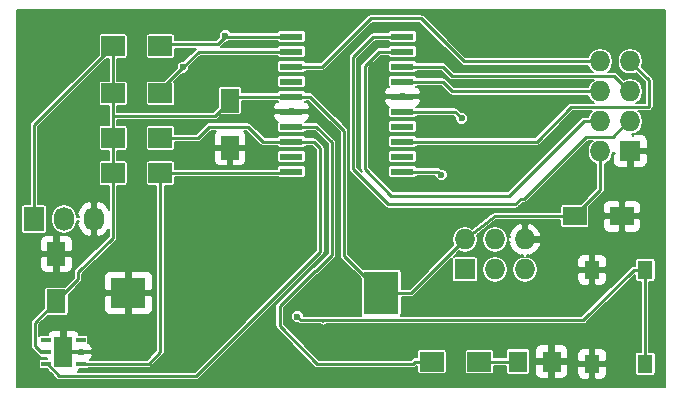
<source format=gbr>
G04 #@! TF.FileFunction,Copper,L1,Top,Signal*
%FSLAX46Y46*%
G04 Gerber Fmt 4.6, Leading zero omitted, Abs format (unit mm)*
G04 Created by KiCad (PCBNEW 4.0.2+dfsg1-2~bpo8+1-stable) date Sat 25 Nov 2017 07:55:09 PM CST*
%MOMM*%
G01*
G04 APERTURE LIST*
%ADD10C,0.100000*%
%ADD11R,3.000000X2.600000*%
%ADD12R,3.000000X3.600000*%
%ADD13R,1.727200X1.727200*%
%ADD14O,1.727200X1.727200*%
%ADD15R,1.597660X1.800860*%
%ADD16R,1.950000X0.600000*%
%ADD17R,1.300000X1.550000*%
%ADD18R,2.000000X1.700000*%
%ADD19R,1.600000X2.000000*%
%ADD20R,2.000000X1.600000*%
%ADD21R,0.850000X0.450000*%
%ADD22R,1.600000X2.500000*%
%ADD23R,1.727200X2.032000*%
%ADD24O,1.727200X2.032000*%
%ADD25C,0.600000*%
%ADD26C,0.250000*%
%ADD27C,0.153000*%
G04 APERTURE END LIST*
D10*
D11*
X215500000Y-156000000D03*
D12*
X236900000Y-156000000D03*
D13*
X244000000Y-154000000D03*
D14*
X244000000Y-151460000D03*
X246540000Y-154000000D03*
X246540000Y-151460000D03*
X249080000Y-154000000D03*
X249080000Y-151460000D03*
D15*
X248480140Y-161800000D03*
X251319860Y-161800000D03*
D16*
X238700000Y-145715000D03*
X238700000Y-144445000D03*
X238700000Y-143175000D03*
X238700000Y-141905000D03*
X238700000Y-140635000D03*
X238700000Y-139365000D03*
X238700000Y-138095000D03*
X238700000Y-136825000D03*
X238700000Y-135555000D03*
X238700000Y-134285000D03*
X229300000Y-134285000D03*
X229300000Y-135555000D03*
X229300000Y-136825000D03*
X229300000Y-138095000D03*
X229300000Y-139365000D03*
X229300000Y-140635000D03*
X229300000Y-141905000D03*
X229300000Y-143175000D03*
X229300000Y-144445000D03*
X229300000Y-145715000D03*
D13*
X258000000Y-144000000D03*
D14*
X255460000Y-144000000D03*
X258000000Y-141460000D03*
X255460000Y-141460000D03*
X258000000Y-138920000D03*
X255460000Y-138920000D03*
X258000000Y-136380000D03*
X255460000Y-136380000D03*
D17*
X259250000Y-154025000D03*
X254750000Y-154025000D03*
X259250000Y-161975000D03*
X254750000Y-161975000D03*
D18*
X214200000Y-135100000D03*
X218200000Y-135100000D03*
X214200000Y-139100000D03*
X218200000Y-139100000D03*
X214200000Y-142850000D03*
X218200000Y-142850000D03*
X214200000Y-145850000D03*
X218200000Y-145850000D03*
X245200000Y-161800000D03*
X241200000Y-161800000D03*
D19*
X224100000Y-139700000D03*
X224100000Y-143700000D03*
X209400000Y-156700000D03*
X209400000Y-152700000D03*
D20*
X253300000Y-149500000D03*
X257300000Y-149500000D03*
D21*
X211450000Y-162000000D03*
X211450000Y-161000000D03*
X211450000Y-160000000D03*
X208550000Y-160000000D03*
X208550000Y-161000000D03*
X208550000Y-162000000D03*
D22*
X210000000Y-161000000D03*
D23*
X207500000Y-149750000D03*
D24*
X210040000Y-149750000D03*
X212580000Y-149750000D03*
D25*
X243700000Y-141200000D03*
X223700000Y-134200000D03*
X229800000Y-158000000D03*
X220100000Y-136900000D03*
X242000000Y-146000000D03*
D26*
X207500000Y-149750000D02*
X207500000Y-141800000D01*
X207500000Y-141800000D02*
X214200000Y-135100000D01*
X214200000Y-145850000D02*
X214200000Y-151300000D01*
X211250000Y-154850000D02*
X209400000Y-156700000D01*
X211250000Y-154250000D02*
X211250000Y-154850000D01*
X214200000Y-151300000D02*
X211250000Y-154250000D01*
X232750000Y-141250000D02*
X233750000Y-142250000D01*
X233750000Y-152850000D02*
X236900000Y-156000000D01*
X233750000Y-142250000D02*
X233750000Y-152850000D01*
X214200000Y-142850000D02*
X214200000Y-145850000D01*
X214200000Y-141000000D02*
X222800000Y-141000000D01*
X222800000Y-141000000D02*
X224100000Y-139700000D01*
X214200000Y-139100000D02*
X214200000Y-141000000D01*
X214200000Y-141000000D02*
X214200000Y-142850000D01*
X214200000Y-135100000D02*
X214200000Y-139100000D01*
X208650000Y-161000000D02*
X208100000Y-161000000D01*
X208100000Y-161000000D02*
X207600000Y-160500000D01*
X207600000Y-160500000D02*
X207600000Y-158500000D01*
X207600000Y-158500000D02*
X209400000Y-156700000D01*
X229300000Y-139365000D02*
X224435000Y-139365000D01*
X224435000Y-139365000D02*
X224100000Y-139700000D01*
X238700000Y-140635000D02*
X243135000Y-140635000D01*
X243135000Y-140635000D02*
X243700000Y-141200000D01*
X236900000Y-156000000D02*
X236900000Y-154400000D01*
X230865000Y-139365000D02*
X229300000Y-139365000D01*
X232800000Y-141300000D02*
X232750000Y-141250000D01*
X232750000Y-141250000D02*
X230865000Y-139365000D01*
X236900000Y-156000000D02*
X239460000Y-156000000D01*
X239460000Y-156000000D02*
X244000000Y-151460000D01*
X255460000Y-147000000D02*
X255460000Y-147290000D01*
X249750000Y-149500000D02*
X253250000Y-149500000D01*
X249750000Y-149500000D02*
X246500000Y-149500000D01*
X244000000Y-151460000D02*
X246500000Y-149500000D01*
X255460000Y-147290000D02*
X255460000Y-144000000D01*
X253250000Y-149500000D02*
X255460000Y-147290000D01*
X224085000Y-139365000D02*
X224000000Y-139450000D01*
X258000000Y-136380000D02*
X258000000Y-136400000D01*
X258000000Y-136400000D02*
X259600000Y-138000000D01*
X250075000Y-143175000D02*
X253000000Y-140250000D01*
X253000000Y-140250000D02*
X256000000Y-140250000D01*
X238700000Y-143175000D02*
X250075000Y-143175000D01*
X259550000Y-140250000D02*
X256000000Y-140250000D01*
X259600000Y-140200000D02*
X259550000Y-140250000D01*
X259600000Y-138000000D02*
X259600000Y-140200000D01*
X258000000Y-136380000D02*
X258380000Y-136380000D01*
X258000000Y-138920000D02*
X257920000Y-138920000D01*
X257920000Y-138920000D02*
X256600000Y-137600000D01*
X256600000Y-137600000D02*
X242900000Y-137600000D01*
X242900000Y-137600000D02*
X242125000Y-136825000D01*
X242125000Y-136825000D02*
X238700000Y-136825000D01*
X255460000Y-138920000D02*
X242920000Y-138920000D01*
X242095000Y-138095000D02*
X238700000Y-138095000D01*
X242920000Y-138920000D02*
X242095000Y-138095000D01*
X223050000Y-134950000D02*
X218350000Y-134950000D01*
X218350000Y-134950000D02*
X218200000Y-135100000D01*
X223700000Y-134200000D02*
X223715000Y-134215000D01*
X223715000Y-134215000D02*
X223715000Y-134285000D01*
X223715000Y-134285000D02*
X229300000Y-134285000D01*
X223050000Y-134950000D02*
X223715000Y-134285000D01*
X245200000Y-161800000D02*
X248480140Y-161800000D01*
X255460000Y-141460000D02*
X254040000Y-141460000D01*
X236695000Y-135555000D02*
X238700000Y-135555000D01*
X235500000Y-136750000D02*
X236695000Y-135555000D01*
X235500000Y-145500000D02*
X235500000Y-136750000D01*
X237750000Y-147750000D02*
X235500000Y-145500000D01*
X247750000Y-147750000D02*
X237750000Y-147750000D01*
X254040000Y-141460000D02*
X247750000Y-147750000D01*
X249000000Y-148000000D02*
X248750000Y-148000000D01*
X254250000Y-142750000D02*
X249000000Y-148000000D01*
X256500000Y-142750000D02*
X254250000Y-142750000D01*
X257790000Y-141460000D02*
X256500000Y-142750000D01*
X236215000Y-134285000D02*
X238700000Y-134285000D01*
X234500000Y-136000000D02*
X236215000Y-134285000D01*
X234500000Y-145500000D02*
X234500000Y-136000000D01*
X237500000Y-148500000D02*
X234500000Y-145500000D01*
X248250000Y-148500000D02*
X237500000Y-148500000D01*
X248750000Y-148000000D02*
X248250000Y-148500000D01*
X258000000Y-141460000D02*
X257790000Y-141460000D01*
X259250000Y-154025000D02*
X259250000Y-161975000D01*
X218200000Y-139100000D02*
X218200000Y-138800000D01*
X218200000Y-138800000D02*
X220100000Y-136900000D01*
X232000000Y-158400000D02*
X232000000Y-158300000D01*
X231900000Y-158300000D02*
X232000000Y-158400000D01*
X230100000Y-158300000D02*
X231900000Y-158300000D01*
X229800000Y-158000000D02*
X230100000Y-158300000D01*
X231800000Y-158300000D02*
X232000000Y-158300000D01*
X232000000Y-158300000D02*
X233500000Y-158300000D01*
X259250000Y-154025000D02*
X258275000Y-154025000D01*
X258275000Y-154025000D02*
X254000000Y-158300000D01*
X254000000Y-158300000D02*
X233500000Y-158300000D01*
X233500000Y-158300000D02*
X233200000Y-158300000D01*
X221445000Y-135555000D02*
X229300000Y-135555000D01*
X220100000Y-136900000D02*
X221445000Y-135555000D01*
X255460000Y-136380000D02*
X243880000Y-136380000D01*
X231925000Y-136825000D02*
X229300000Y-136825000D01*
X236000000Y-132750000D02*
X231925000Y-136825000D01*
X240250000Y-132750000D02*
X236000000Y-132750000D01*
X243880000Y-136380000D02*
X240250000Y-132750000D01*
X211350000Y-162000000D02*
X217200000Y-162000000D01*
X218200000Y-161000000D02*
X218200000Y-145850000D01*
X217200000Y-162000000D02*
X218200000Y-161000000D01*
X218200000Y-145850000D02*
X229165000Y-145850000D01*
X229165000Y-145850000D02*
X229300000Y-145715000D01*
X229265000Y-145750000D02*
X229300000Y-145715000D01*
X229300000Y-141905000D02*
X231405000Y-141905000D01*
X239750000Y-161800000D02*
X239550000Y-162000000D01*
X231300000Y-154100000D02*
X228300000Y-157100000D01*
X228300000Y-157100000D02*
X228300000Y-158800000D01*
X228300000Y-158800000D02*
X231500000Y-162000000D01*
X231500000Y-162000000D02*
X239550000Y-162000000D01*
X239750000Y-161800000D02*
X241200000Y-161800000D01*
X231400000Y-154100000D02*
X231300000Y-154100000D01*
X232750000Y-152750000D02*
X231400000Y-154100000D01*
X232750000Y-143250000D02*
X232750000Y-152750000D01*
X231405000Y-141905000D02*
X232750000Y-143250000D01*
X229300000Y-141905000D02*
X230205000Y-141905000D01*
X229300000Y-143175000D02*
X231175000Y-143175000D01*
X209650000Y-163000000D02*
X208650000Y-162000000D01*
X221250000Y-163000000D02*
X209650000Y-163000000D01*
X231750000Y-152500000D02*
X221250000Y-163000000D01*
X231750000Y-143750000D02*
X231750000Y-152500000D01*
X231175000Y-143175000D02*
X231750000Y-143750000D01*
X218200000Y-142850000D02*
X221350000Y-142850000D01*
X226875000Y-143175000D02*
X229300000Y-143175000D01*
X225600000Y-141900000D02*
X226875000Y-143175000D01*
X222300000Y-141900000D02*
X225600000Y-141900000D01*
X221350000Y-142850000D02*
X222300000Y-141900000D01*
X241715000Y-145715000D02*
X238700000Y-145715000D01*
X242000000Y-146000000D02*
X241715000Y-145715000D01*
D27*
G36*
X260923500Y-163923500D02*
X206076500Y-163923500D01*
X206076500Y-153023625D01*
X208015500Y-153023625D01*
X208015500Y-153816264D01*
X208104485Y-154031092D01*
X208268907Y-154195515D01*
X208483735Y-154284500D01*
X209076375Y-154284500D01*
X209222500Y-154138375D01*
X209222500Y-152877500D01*
X209577500Y-152877500D01*
X209577500Y-154138375D01*
X209723625Y-154284500D01*
X210316265Y-154284500D01*
X210531093Y-154195515D01*
X210695515Y-154031092D01*
X210784500Y-153816264D01*
X210784500Y-153023625D01*
X210638375Y-152877500D01*
X209577500Y-152877500D01*
X209222500Y-152877500D01*
X208161625Y-152877500D01*
X208015500Y-153023625D01*
X206076500Y-153023625D01*
X206076500Y-151583736D01*
X208015500Y-151583736D01*
X208015500Y-152376375D01*
X208161625Y-152522500D01*
X209222500Y-152522500D01*
X209222500Y-151261625D01*
X209577500Y-151261625D01*
X209577500Y-152522500D01*
X210638375Y-152522500D01*
X210784500Y-152376375D01*
X210784500Y-151583736D01*
X210695515Y-151368908D01*
X210531093Y-151204485D01*
X210316265Y-151115500D01*
X209723625Y-151115500D01*
X209577500Y-151261625D01*
X209222500Y-151261625D01*
X209076375Y-151115500D01*
X208483735Y-151115500D01*
X208268907Y-151204485D01*
X208104485Y-151368908D01*
X208015500Y-151583736D01*
X206076500Y-151583736D01*
X206076500Y-148734000D01*
X206402404Y-148734000D01*
X206402404Y-150766000D01*
X206418407Y-150851048D01*
X206468670Y-150929159D01*
X206545362Y-150981560D01*
X206636400Y-150999996D01*
X208363600Y-150999996D01*
X208448648Y-150983993D01*
X208526759Y-150933730D01*
X208579160Y-150857038D01*
X208597596Y-150766000D01*
X208597596Y-149573199D01*
X208946900Y-149573199D01*
X208946900Y-149926801D01*
X209030107Y-150345112D01*
X209267062Y-150699739D01*
X209621689Y-150936694D01*
X210040000Y-151019901D01*
X210458311Y-150936694D01*
X210812938Y-150699739D01*
X211049893Y-150345112D01*
X211132961Y-149927502D01*
X211279561Y-149927502D01*
X211155173Y-150153483D01*
X211359717Y-150679628D01*
X211750038Y-151087447D01*
X212179861Y-151294119D01*
X212402500Y-151192219D01*
X212402500Y-149927500D01*
X212382500Y-149927500D01*
X212382500Y-149572500D01*
X212402500Y-149572500D01*
X212402500Y-148307781D01*
X212179861Y-148205881D01*
X211750038Y-148412553D01*
X211359717Y-148820372D01*
X211155173Y-149346517D01*
X211279561Y-149572498D01*
X211132961Y-149572498D01*
X211049893Y-149154888D01*
X210812938Y-148800261D01*
X210458311Y-148563306D01*
X210040000Y-148480099D01*
X209621689Y-148563306D01*
X209267062Y-148800261D01*
X209030107Y-149154888D01*
X208946900Y-149573199D01*
X208597596Y-149573199D01*
X208597596Y-148734000D01*
X208581593Y-148648952D01*
X208531330Y-148570841D01*
X208454638Y-148518440D01*
X208363600Y-148500004D01*
X207854500Y-148500004D01*
X207854500Y-141946838D01*
X213617342Y-136183996D01*
X213845500Y-136183996D01*
X213845500Y-138016004D01*
X213200000Y-138016004D01*
X213114952Y-138032007D01*
X213036841Y-138082270D01*
X212984440Y-138158962D01*
X212966004Y-138250000D01*
X212966004Y-139950000D01*
X212982007Y-140035048D01*
X213032270Y-140113159D01*
X213108962Y-140165560D01*
X213200000Y-140183996D01*
X213845500Y-140183996D01*
X213845500Y-141766004D01*
X213200000Y-141766004D01*
X213114952Y-141782007D01*
X213036841Y-141832270D01*
X212984440Y-141908962D01*
X212966004Y-142000000D01*
X212966004Y-143700000D01*
X212982007Y-143785048D01*
X213032270Y-143863159D01*
X213108962Y-143915560D01*
X213200000Y-143933996D01*
X213845500Y-143933996D01*
X213845500Y-144766004D01*
X213200000Y-144766004D01*
X213114952Y-144782007D01*
X213036841Y-144832270D01*
X212984440Y-144908962D01*
X212966004Y-145000000D01*
X212966004Y-146700000D01*
X212982007Y-146785048D01*
X213032270Y-146863159D01*
X213108962Y-146915560D01*
X213200000Y-146933996D01*
X213845500Y-146933996D01*
X213845500Y-148936683D01*
X213800283Y-148820372D01*
X213409962Y-148412553D01*
X212980139Y-148205881D01*
X212757500Y-148307781D01*
X212757500Y-149572500D01*
X212777500Y-149572500D01*
X212777500Y-149927500D01*
X212757500Y-149927500D01*
X212757500Y-151192219D01*
X212980139Y-151294119D01*
X213409962Y-151087447D01*
X213800283Y-150679628D01*
X213845500Y-150563317D01*
X213845500Y-151153162D01*
X210999331Y-153999331D01*
X210922485Y-154114339D01*
X210895500Y-154250000D01*
X210895500Y-154703162D01*
X210132658Y-155466004D01*
X208600000Y-155466004D01*
X208514952Y-155482007D01*
X208436841Y-155532270D01*
X208384440Y-155608962D01*
X208366004Y-155700000D01*
X208366004Y-157232657D01*
X207349331Y-158249331D01*
X207272485Y-158364339D01*
X207245500Y-158500000D01*
X207245500Y-160500000D01*
X207266838Y-160607270D01*
X207272485Y-160635661D01*
X207349331Y-160750669D01*
X207849331Y-161250670D01*
X207902522Y-161286210D01*
X207907007Y-161310048D01*
X207957270Y-161388159D01*
X208033962Y-161440560D01*
X208125000Y-161458996D01*
X208615500Y-161458996D01*
X208615500Y-161541004D01*
X208125000Y-161541004D01*
X208039952Y-161557007D01*
X207961841Y-161607270D01*
X207909440Y-161683962D01*
X207891004Y-161775000D01*
X207891004Y-162225000D01*
X207907007Y-162310048D01*
X207957270Y-162388159D01*
X208033962Y-162440560D01*
X208125000Y-162458996D01*
X208607658Y-162458996D01*
X208686617Y-162537955D01*
X208704485Y-162581093D01*
X208868908Y-162745515D01*
X208912044Y-162763383D01*
X209399331Y-163250670D01*
X209514339Y-163327515D01*
X209650000Y-163354500D01*
X221250000Y-163354500D01*
X221385661Y-163327515D01*
X221500669Y-163250669D01*
X232000669Y-152750670D01*
X232077515Y-152635662D01*
X232081992Y-152613154D01*
X232104500Y-152500000D01*
X232104500Y-143750000D01*
X232077515Y-143614339D01*
X232000669Y-143499331D01*
X231425669Y-142924331D01*
X231310661Y-142847485D01*
X231175000Y-142820500D01*
X230498741Y-142820500D01*
X230492993Y-142789952D01*
X230442730Y-142711841D01*
X230366038Y-142659440D01*
X230275000Y-142641004D01*
X228325000Y-142641004D01*
X228239952Y-142657007D01*
X228161841Y-142707270D01*
X228109440Y-142783962D01*
X228102041Y-142820500D01*
X227021839Y-142820500D01*
X225850669Y-141649331D01*
X225735661Y-141572485D01*
X225600000Y-141545500D01*
X222300000Y-141545500D01*
X222164339Y-141572485D01*
X222049331Y-141649331D01*
X221203162Y-142495500D01*
X219433996Y-142495500D01*
X219433996Y-142000000D01*
X219417993Y-141914952D01*
X219367730Y-141836841D01*
X219291038Y-141784440D01*
X219200000Y-141766004D01*
X217200000Y-141766004D01*
X217114952Y-141782007D01*
X217036841Y-141832270D01*
X216984440Y-141908962D01*
X216966004Y-142000000D01*
X216966004Y-143700000D01*
X216982007Y-143785048D01*
X217032270Y-143863159D01*
X217108962Y-143915560D01*
X217200000Y-143933996D01*
X219200000Y-143933996D01*
X219285048Y-143917993D01*
X219363159Y-143867730D01*
X219415560Y-143791038D01*
X219433996Y-143700000D01*
X219433996Y-143204500D01*
X221350000Y-143204500D01*
X221485661Y-143177515D01*
X221600669Y-143100669D01*
X222446838Y-142254500D01*
X222918892Y-142254500D01*
X222804485Y-142368908D01*
X222715500Y-142583736D01*
X222715500Y-143376375D01*
X222861625Y-143522500D01*
X223922500Y-143522500D01*
X223922500Y-143502500D01*
X224277500Y-143502500D01*
X224277500Y-143522500D01*
X225338375Y-143522500D01*
X225484500Y-143376375D01*
X225484500Y-142583736D01*
X225395515Y-142368908D01*
X225281108Y-142254500D01*
X225453162Y-142254500D01*
X226624330Y-143425669D01*
X226698160Y-143475000D01*
X226739339Y-143502515D01*
X226875000Y-143529500D01*
X228101259Y-143529500D01*
X228107007Y-143560048D01*
X228157270Y-143638159D01*
X228233962Y-143690560D01*
X228325000Y-143708996D01*
X230275000Y-143708996D01*
X230360048Y-143692993D01*
X230438159Y-143642730D01*
X230490560Y-143566038D01*
X230497959Y-143529500D01*
X231028162Y-143529500D01*
X231395500Y-143896838D01*
X231395500Y-152353161D01*
X221103162Y-162645500D01*
X211231108Y-162645500D01*
X211295515Y-162581093D01*
X211346089Y-162458996D01*
X211875000Y-162458996D01*
X211960048Y-162442993D01*
X212038159Y-162392730D01*
X212064280Y-162354500D01*
X217200000Y-162354500D01*
X217335661Y-162327515D01*
X217450669Y-162250669D01*
X218450670Y-161250669D01*
X218527515Y-161135661D01*
X218554500Y-161000000D01*
X218554500Y-146933996D01*
X219200000Y-146933996D01*
X219285048Y-146917993D01*
X219363159Y-146867730D01*
X219415560Y-146791038D01*
X219433996Y-146700000D01*
X219433996Y-146204500D01*
X228195822Y-146204500D01*
X228233962Y-146230560D01*
X228325000Y-146248996D01*
X230275000Y-146248996D01*
X230360048Y-146232993D01*
X230438159Y-146182730D01*
X230490560Y-146106038D01*
X230508996Y-146015000D01*
X230508996Y-145415000D01*
X230492993Y-145329952D01*
X230442730Y-145251841D01*
X230366038Y-145199440D01*
X230275000Y-145181004D01*
X228325000Y-145181004D01*
X228239952Y-145197007D01*
X228161841Y-145247270D01*
X228109440Y-145323962D01*
X228091004Y-145415000D01*
X228091004Y-145495500D01*
X219433996Y-145495500D01*
X219433996Y-145000000D01*
X219417993Y-144914952D01*
X219367730Y-144836841D01*
X219291038Y-144784440D01*
X219200000Y-144766004D01*
X217200000Y-144766004D01*
X217114952Y-144782007D01*
X217036841Y-144832270D01*
X216984440Y-144908962D01*
X216966004Y-145000000D01*
X216966004Y-146700000D01*
X216982007Y-146785048D01*
X217032270Y-146863159D01*
X217108962Y-146915560D01*
X217200000Y-146933996D01*
X217845500Y-146933996D01*
X217845500Y-160853161D01*
X217053162Y-161645500D01*
X212281107Y-161645500D01*
X212370515Y-161556093D01*
X212459500Y-161341265D01*
X212459500Y-161258625D01*
X212313375Y-161112500D01*
X211627500Y-161112500D01*
X211627500Y-161197500D01*
X211272500Y-161197500D01*
X211272500Y-161112500D01*
X210586625Y-161112500D01*
X210521625Y-161177500D01*
X210177500Y-161177500D01*
X210177500Y-161197500D01*
X209822500Y-161197500D01*
X209822500Y-161177500D01*
X209802500Y-161177500D01*
X209802500Y-160822500D01*
X209822500Y-160822500D01*
X209822500Y-159311625D01*
X210177500Y-159311625D01*
X210177500Y-160822500D01*
X210521625Y-160822500D01*
X210586625Y-160887500D01*
X211272500Y-160887500D01*
X211272500Y-160802500D01*
X211627500Y-160802500D01*
X211627500Y-160887500D01*
X212313375Y-160887500D01*
X212459500Y-160741375D01*
X212459500Y-160658735D01*
X212370515Y-160443907D01*
X212206092Y-160279485D01*
X212106331Y-160238162D01*
X212108996Y-160225000D01*
X212108996Y-159775000D01*
X212092993Y-159689952D01*
X212042730Y-159611841D01*
X211966038Y-159559440D01*
X211875000Y-159541004D01*
X211346089Y-159541004D01*
X211295515Y-159418907D01*
X211131092Y-159254485D01*
X210916264Y-159165500D01*
X210323625Y-159165500D01*
X210177500Y-159311625D01*
X209822500Y-159311625D01*
X209676375Y-159165500D01*
X209083736Y-159165500D01*
X208868908Y-159254485D01*
X208704485Y-159418907D01*
X208653911Y-159541004D01*
X208125000Y-159541004D01*
X208039952Y-159557007D01*
X207961841Y-159607270D01*
X207954500Y-159618014D01*
X207954500Y-158646838D01*
X208667342Y-157933996D01*
X210200000Y-157933996D01*
X210285048Y-157917993D01*
X210363159Y-157867730D01*
X210415560Y-157791038D01*
X210433996Y-157700000D01*
X210433996Y-156323625D01*
X213415500Y-156323625D01*
X213415500Y-157416264D01*
X213504485Y-157631092D01*
X213668907Y-157795515D01*
X213883735Y-157884500D01*
X215176375Y-157884500D01*
X215322500Y-157738375D01*
X215322500Y-156177500D01*
X215677500Y-156177500D01*
X215677500Y-157738375D01*
X215823625Y-157884500D01*
X217116265Y-157884500D01*
X217331093Y-157795515D01*
X217495515Y-157631092D01*
X217584500Y-157416264D01*
X217584500Y-156323625D01*
X217438375Y-156177500D01*
X215677500Y-156177500D01*
X215322500Y-156177500D01*
X213561625Y-156177500D01*
X213415500Y-156323625D01*
X210433996Y-156323625D01*
X210433996Y-156167342D01*
X211500669Y-155100669D01*
X211577515Y-154985661D01*
X211591319Y-154916264D01*
X211604500Y-154850000D01*
X211604500Y-154583736D01*
X213415500Y-154583736D01*
X213415500Y-155676375D01*
X213561625Y-155822500D01*
X215322500Y-155822500D01*
X215322500Y-154261625D01*
X215677500Y-154261625D01*
X215677500Y-155822500D01*
X217438375Y-155822500D01*
X217584500Y-155676375D01*
X217584500Y-154583736D01*
X217495515Y-154368908D01*
X217331093Y-154204485D01*
X217116265Y-154115500D01*
X215823625Y-154115500D01*
X215677500Y-154261625D01*
X215322500Y-154261625D01*
X215176375Y-154115500D01*
X213883735Y-154115500D01*
X213668907Y-154204485D01*
X213504485Y-154368908D01*
X213415500Y-154583736D01*
X211604500Y-154583736D01*
X211604500Y-154396838D01*
X214450669Y-151550669D01*
X214527515Y-151435661D01*
X214540793Y-151368908D01*
X214554500Y-151300000D01*
X214554500Y-146933996D01*
X215200000Y-146933996D01*
X215285048Y-146917993D01*
X215363159Y-146867730D01*
X215415560Y-146791038D01*
X215433996Y-146700000D01*
X215433996Y-145000000D01*
X215417993Y-144914952D01*
X215367730Y-144836841D01*
X215291038Y-144784440D01*
X215200000Y-144766004D01*
X214554500Y-144766004D01*
X214554500Y-144023625D01*
X222715500Y-144023625D01*
X222715500Y-144816264D01*
X222804485Y-145031092D01*
X222968907Y-145195515D01*
X223183735Y-145284500D01*
X223776375Y-145284500D01*
X223922500Y-145138375D01*
X223922500Y-143877500D01*
X224277500Y-143877500D01*
X224277500Y-145138375D01*
X224423625Y-145284500D01*
X225016265Y-145284500D01*
X225231093Y-145195515D01*
X225395515Y-145031092D01*
X225484500Y-144816264D01*
X225484500Y-144145000D01*
X228091004Y-144145000D01*
X228091004Y-144745000D01*
X228107007Y-144830048D01*
X228157270Y-144908159D01*
X228233962Y-144960560D01*
X228325000Y-144978996D01*
X230275000Y-144978996D01*
X230360048Y-144962993D01*
X230438159Y-144912730D01*
X230490560Y-144836038D01*
X230508996Y-144745000D01*
X230508996Y-144145000D01*
X230492993Y-144059952D01*
X230442730Y-143981841D01*
X230366038Y-143929440D01*
X230275000Y-143911004D01*
X228325000Y-143911004D01*
X228239952Y-143927007D01*
X228161841Y-143977270D01*
X228109440Y-144053962D01*
X228091004Y-144145000D01*
X225484500Y-144145000D01*
X225484500Y-144023625D01*
X225338375Y-143877500D01*
X224277500Y-143877500D01*
X223922500Y-143877500D01*
X222861625Y-143877500D01*
X222715500Y-144023625D01*
X214554500Y-144023625D01*
X214554500Y-143933996D01*
X215200000Y-143933996D01*
X215285048Y-143917993D01*
X215363159Y-143867730D01*
X215415560Y-143791038D01*
X215433996Y-143700000D01*
X215433996Y-142000000D01*
X215417993Y-141914952D01*
X215367730Y-141836841D01*
X215291038Y-141784440D01*
X215200000Y-141766004D01*
X214554500Y-141766004D01*
X214554500Y-141354500D01*
X222800000Y-141354500D01*
X222935661Y-141327515D01*
X223050669Y-141250669D01*
X223367342Y-140933996D01*
X224900000Y-140933996D01*
X224915257Y-140931125D01*
X227740500Y-140931125D01*
X227740500Y-141051265D01*
X227829485Y-141266093D01*
X227993908Y-141430515D01*
X228128394Y-141486221D01*
X228109440Y-141513962D01*
X228091004Y-141605000D01*
X228091004Y-142205000D01*
X228107007Y-142290048D01*
X228157270Y-142368159D01*
X228233962Y-142420560D01*
X228325000Y-142438996D01*
X230275000Y-142438996D01*
X230360048Y-142422993D01*
X230438159Y-142372730D01*
X230490560Y-142296038D01*
X230497959Y-142259500D01*
X231258162Y-142259500D01*
X232395500Y-143396839D01*
X232395500Y-152603161D01*
X231241532Y-153757130D01*
X231164339Y-153772485D01*
X231049331Y-153849330D01*
X228049331Y-156849331D01*
X227972485Y-156964339D01*
X227945500Y-157100000D01*
X227945500Y-158800000D01*
X227956341Y-158854499D01*
X227972485Y-158935661D01*
X228049331Y-159050669D01*
X231249330Y-162250669D01*
X231364338Y-162327515D01*
X231374318Y-162329500D01*
X231500000Y-162354500D01*
X239550000Y-162354500D01*
X239685661Y-162327515D01*
X239800669Y-162250669D01*
X239896838Y-162154500D01*
X239966004Y-162154500D01*
X239966004Y-162650000D01*
X239982007Y-162735048D01*
X240032270Y-162813159D01*
X240108962Y-162865560D01*
X240200000Y-162883996D01*
X242200000Y-162883996D01*
X242285048Y-162867993D01*
X242363159Y-162817730D01*
X242415560Y-162741038D01*
X242433996Y-162650000D01*
X242433996Y-160950000D01*
X243966004Y-160950000D01*
X243966004Y-162650000D01*
X243982007Y-162735048D01*
X244032270Y-162813159D01*
X244108962Y-162865560D01*
X244200000Y-162883996D01*
X246200000Y-162883996D01*
X246285048Y-162867993D01*
X246363159Y-162817730D01*
X246415560Y-162741038D01*
X246433996Y-162650000D01*
X246433996Y-162154500D01*
X247447314Y-162154500D01*
X247447314Y-162700430D01*
X247463317Y-162785478D01*
X247513580Y-162863589D01*
X247590272Y-162915990D01*
X247681310Y-162934426D01*
X249278970Y-162934426D01*
X249364018Y-162918423D01*
X249442129Y-162868160D01*
X249494530Y-162791468D01*
X249512966Y-162700430D01*
X249512966Y-162123625D01*
X249936530Y-162123625D01*
X249936530Y-162816695D01*
X250025515Y-163031523D01*
X250189938Y-163195945D01*
X250404766Y-163284930D01*
X250996235Y-163284930D01*
X251142360Y-163138805D01*
X251142360Y-161977500D01*
X251497360Y-161977500D01*
X251497360Y-163138805D01*
X251643485Y-163284930D01*
X252234954Y-163284930D01*
X252449782Y-163195945D01*
X252614205Y-163031523D01*
X252703190Y-162816695D01*
X252703190Y-162298625D01*
X253515500Y-162298625D01*
X253515500Y-162866264D01*
X253604485Y-163081092D01*
X253768907Y-163245515D01*
X253983735Y-163334500D01*
X254426375Y-163334500D01*
X254572500Y-163188375D01*
X254572500Y-162152500D01*
X254927500Y-162152500D01*
X254927500Y-163188375D01*
X255073625Y-163334500D01*
X255516265Y-163334500D01*
X255731093Y-163245515D01*
X255895515Y-163081092D01*
X255984500Y-162866264D01*
X255984500Y-162298625D01*
X255838375Y-162152500D01*
X254927500Y-162152500D01*
X254572500Y-162152500D01*
X253661625Y-162152500D01*
X253515500Y-162298625D01*
X252703190Y-162298625D01*
X252703190Y-162123625D01*
X252557065Y-161977500D01*
X251497360Y-161977500D01*
X251142360Y-161977500D01*
X250082655Y-161977500D01*
X249936530Y-162123625D01*
X249512966Y-162123625D01*
X249512966Y-160899570D01*
X249496963Y-160814522D01*
X249476876Y-160783305D01*
X249936530Y-160783305D01*
X249936530Y-161476375D01*
X250082655Y-161622500D01*
X251142360Y-161622500D01*
X251142360Y-160461195D01*
X251497360Y-160461195D01*
X251497360Y-161622500D01*
X252557065Y-161622500D01*
X252703190Y-161476375D01*
X252703190Y-161083736D01*
X253515500Y-161083736D01*
X253515500Y-161651375D01*
X253661625Y-161797500D01*
X254572500Y-161797500D01*
X254572500Y-160761625D01*
X254927500Y-160761625D01*
X254927500Y-161797500D01*
X255838375Y-161797500D01*
X255984500Y-161651375D01*
X255984500Y-161083736D01*
X255895515Y-160868908D01*
X255731093Y-160704485D01*
X255516265Y-160615500D01*
X255073625Y-160615500D01*
X254927500Y-160761625D01*
X254572500Y-160761625D01*
X254426375Y-160615500D01*
X253983735Y-160615500D01*
X253768907Y-160704485D01*
X253604485Y-160868908D01*
X253515500Y-161083736D01*
X252703190Y-161083736D01*
X252703190Y-160783305D01*
X252614205Y-160568477D01*
X252449782Y-160404055D01*
X252234954Y-160315070D01*
X251643485Y-160315070D01*
X251497360Y-160461195D01*
X251142360Y-160461195D01*
X250996235Y-160315070D01*
X250404766Y-160315070D01*
X250189938Y-160404055D01*
X250025515Y-160568477D01*
X249936530Y-160783305D01*
X249476876Y-160783305D01*
X249446700Y-160736411D01*
X249370008Y-160684010D01*
X249278970Y-160665574D01*
X247681310Y-160665574D01*
X247596262Y-160681577D01*
X247518151Y-160731840D01*
X247465750Y-160808532D01*
X247447314Y-160899570D01*
X247447314Y-161445500D01*
X246433996Y-161445500D01*
X246433996Y-160950000D01*
X246417993Y-160864952D01*
X246367730Y-160786841D01*
X246291038Y-160734440D01*
X246200000Y-160716004D01*
X244200000Y-160716004D01*
X244114952Y-160732007D01*
X244036841Y-160782270D01*
X243984440Y-160858962D01*
X243966004Y-160950000D01*
X242433996Y-160950000D01*
X242417993Y-160864952D01*
X242367730Y-160786841D01*
X242291038Y-160734440D01*
X242200000Y-160716004D01*
X240200000Y-160716004D01*
X240114952Y-160732007D01*
X240036841Y-160782270D01*
X239984440Y-160858962D01*
X239966004Y-160950000D01*
X239966004Y-161445500D01*
X239750000Y-161445500D01*
X239614339Y-161472485D01*
X239499331Y-161549330D01*
X239403161Y-161645500D01*
X231646839Y-161645500D01*
X228654500Y-158653162D01*
X228654500Y-157246838D01*
X231458469Y-154442870D01*
X231535661Y-154427515D01*
X231650669Y-154350669D01*
X233000669Y-153000670D01*
X233077515Y-152885661D01*
X233083713Y-152854500D01*
X233104500Y-152750000D01*
X233104500Y-143250000D01*
X233077515Y-143114339D01*
X233027402Y-143039339D01*
X233000669Y-142999330D01*
X231655669Y-141654331D01*
X231540661Y-141577485D01*
X231405000Y-141550500D01*
X230498741Y-141550500D01*
X230492993Y-141519952D01*
X230471355Y-141486325D01*
X230606092Y-141430515D01*
X230770515Y-141266093D01*
X230859500Y-141051265D01*
X230859500Y-140931125D01*
X230713375Y-140785000D01*
X229477500Y-140785000D01*
X229477500Y-140832500D01*
X229122500Y-140832500D01*
X229122500Y-140785000D01*
X227886625Y-140785000D01*
X227740500Y-140931125D01*
X224915257Y-140931125D01*
X224985048Y-140917993D01*
X225063159Y-140867730D01*
X225115560Y-140791038D01*
X225133996Y-140700000D01*
X225133996Y-139719500D01*
X228101259Y-139719500D01*
X228107007Y-139750048D01*
X228128645Y-139783675D01*
X227993908Y-139839485D01*
X227829485Y-140003907D01*
X227740500Y-140218735D01*
X227740500Y-140338875D01*
X227886625Y-140485000D01*
X229122500Y-140485000D01*
X229122500Y-140437500D01*
X229477500Y-140437500D01*
X229477500Y-140485000D01*
X230713375Y-140485000D01*
X230859500Y-140338875D01*
X230859500Y-140218735D01*
X230770515Y-140003907D01*
X230606092Y-139839485D01*
X230471606Y-139783779D01*
X230490560Y-139756038D01*
X230497959Y-139719500D01*
X230718162Y-139719500D01*
X232499331Y-141500670D01*
X232499334Y-141500672D01*
X232549331Y-141550670D01*
X232549334Y-141550672D01*
X233395500Y-142396839D01*
X233395500Y-152850000D01*
X233422485Y-152985661D01*
X233499331Y-153100669D01*
X235166004Y-154767343D01*
X235166004Y-157800000D01*
X235182007Y-157885048D01*
X235220907Y-157945500D01*
X230329548Y-157945500D01*
X230329592Y-157895138D01*
X230249150Y-157700454D01*
X230100330Y-157551373D01*
X229905786Y-157470592D01*
X229695138Y-157470408D01*
X229500454Y-157550850D01*
X229351373Y-157699670D01*
X229270592Y-157894214D01*
X229270408Y-158104862D01*
X229350850Y-158299546D01*
X229499670Y-158448627D01*
X229694214Y-158529408D01*
X229828187Y-158529525D01*
X229849331Y-158550669D01*
X229964339Y-158627515D01*
X230100000Y-158654500D01*
X231755063Y-158654500D01*
X231864338Y-158727515D01*
X231886846Y-158731992D01*
X232000000Y-158754500D01*
X232135661Y-158727515D01*
X232244936Y-158654500D01*
X254000000Y-158654500D01*
X254135661Y-158627515D01*
X254250669Y-158550669D01*
X258366004Y-154435334D01*
X258366004Y-154800000D01*
X258382007Y-154885048D01*
X258432270Y-154963159D01*
X258508962Y-155015560D01*
X258600000Y-155033996D01*
X258895500Y-155033996D01*
X258895500Y-160966004D01*
X258600000Y-160966004D01*
X258514952Y-160982007D01*
X258436841Y-161032270D01*
X258384440Y-161108962D01*
X258366004Y-161200000D01*
X258366004Y-162750000D01*
X258382007Y-162835048D01*
X258432270Y-162913159D01*
X258508962Y-162965560D01*
X258600000Y-162983996D01*
X259900000Y-162983996D01*
X259985048Y-162967993D01*
X260063159Y-162917730D01*
X260115560Y-162841038D01*
X260133996Y-162750000D01*
X260133996Y-161200000D01*
X260117993Y-161114952D01*
X260067730Y-161036841D01*
X259991038Y-160984440D01*
X259900000Y-160966004D01*
X259604500Y-160966004D01*
X259604500Y-155033996D01*
X259900000Y-155033996D01*
X259985048Y-155017993D01*
X260063159Y-154967730D01*
X260115560Y-154891038D01*
X260133996Y-154800000D01*
X260133996Y-153250000D01*
X260117993Y-153164952D01*
X260067730Y-153086841D01*
X259991038Y-153034440D01*
X259900000Y-153016004D01*
X258600000Y-153016004D01*
X258514952Y-153032007D01*
X258436841Y-153082270D01*
X258384440Y-153158962D01*
X258366004Y-153250000D01*
X258366004Y-153670500D01*
X258275000Y-153670500D01*
X258139339Y-153697485D01*
X258024331Y-153774331D01*
X253853162Y-157945500D01*
X238578348Y-157945500D01*
X238615560Y-157891038D01*
X238633996Y-157800000D01*
X238633996Y-156354500D01*
X239460000Y-156354500D01*
X239595661Y-156327515D01*
X239710669Y-156250669D01*
X242931331Y-153030008D01*
X242920840Y-153045362D01*
X242902404Y-153136400D01*
X242902404Y-154863600D01*
X242918407Y-154948648D01*
X242968670Y-155026759D01*
X243045362Y-155079160D01*
X243136400Y-155097596D01*
X244863600Y-155097596D01*
X244948648Y-155081593D01*
X245026759Y-155031330D01*
X245079160Y-154954638D01*
X245097596Y-154863600D01*
X245097596Y-153978585D01*
X245446900Y-153978585D01*
X245446900Y-154021415D01*
X245530107Y-154439726D01*
X245767062Y-154794353D01*
X246121689Y-155031308D01*
X246540000Y-155114515D01*
X246958311Y-155031308D01*
X247312938Y-154794353D01*
X247549893Y-154439726D01*
X247633100Y-154021415D01*
X247633100Y-153978585D01*
X247549893Y-153560274D01*
X247312938Y-153205647D01*
X246958311Y-152968692D01*
X246540000Y-152885485D01*
X246121689Y-152968692D01*
X245767062Y-153205647D01*
X245530107Y-153560274D01*
X245446900Y-153978585D01*
X245097596Y-153978585D01*
X245097596Y-153136400D01*
X245081593Y-153051352D01*
X245031330Y-152973241D01*
X244954638Y-152920840D01*
X244863600Y-152902404D01*
X243136400Y-152902404D01*
X243051352Y-152918407D01*
X243027734Y-152933605D01*
X243514755Y-152446584D01*
X243581689Y-152491308D01*
X244000000Y-152574515D01*
X244418311Y-152491308D01*
X244772938Y-152254353D01*
X245009893Y-151899726D01*
X245093100Y-151481415D01*
X245093100Y-151438585D01*
X245446900Y-151438585D01*
X245446900Y-151481415D01*
X245530107Y-151899726D01*
X245767062Y-152254353D01*
X246121689Y-152491308D01*
X246540000Y-152574515D01*
X246958311Y-152491308D01*
X247312938Y-152254353D01*
X247549893Y-151899726D01*
X247631900Y-151487448D01*
X247631900Y-151637502D01*
X247788930Y-151637502D01*
X247688267Y-151860141D01*
X247947334Y-152362275D01*
X248378839Y-152727046D01*
X248679861Y-152851719D01*
X248902498Y-152749820D01*
X248902498Y-152908100D01*
X248966306Y-152908100D01*
X248661689Y-152968692D01*
X248307062Y-153205647D01*
X248070107Y-153560274D01*
X247986900Y-153978585D01*
X247986900Y-154021415D01*
X248070107Y-154439726D01*
X248307062Y-154794353D01*
X248661689Y-155031308D01*
X249080000Y-155114515D01*
X249498311Y-155031308D01*
X249852938Y-154794353D01*
X250089893Y-154439726D01*
X250108014Y-154348625D01*
X253515500Y-154348625D01*
X253515500Y-154916264D01*
X253604485Y-155131092D01*
X253768907Y-155295515D01*
X253983735Y-155384500D01*
X254426375Y-155384500D01*
X254572500Y-155238375D01*
X254572500Y-154202500D01*
X254927500Y-154202500D01*
X254927500Y-155238375D01*
X255073625Y-155384500D01*
X255516265Y-155384500D01*
X255731093Y-155295515D01*
X255895515Y-155131092D01*
X255984500Y-154916264D01*
X255984500Y-154348625D01*
X255838375Y-154202500D01*
X254927500Y-154202500D01*
X254572500Y-154202500D01*
X253661625Y-154202500D01*
X253515500Y-154348625D01*
X250108014Y-154348625D01*
X250173100Y-154021415D01*
X250173100Y-153978585D01*
X250089893Y-153560274D01*
X249852938Y-153205647D01*
X249745316Y-153133736D01*
X253515500Y-153133736D01*
X253515500Y-153701375D01*
X253661625Y-153847500D01*
X254572500Y-153847500D01*
X254572500Y-152811625D01*
X254927500Y-152811625D01*
X254927500Y-153847500D01*
X255838375Y-153847500D01*
X255984500Y-153701375D01*
X255984500Y-153133736D01*
X255895515Y-152918908D01*
X255731093Y-152754485D01*
X255516265Y-152665500D01*
X255073625Y-152665500D01*
X254927500Y-152811625D01*
X254572500Y-152811625D01*
X254426375Y-152665500D01*
X253983735Y-152665500D01*
X253768907Y-152754485D01*
X253604485Y-152918908D01*
X253515500Y-153133736D01*
X249745316Y-153133736D01*
X249498311Y-152968692D01*
X249193694Y-152908100D01*
X249257502Y-152908100D01*
X249257502Y-152749820D01*
X249480139Y-152851719D01*
X249781161Y-152727046D01*
X250212666Y-152362275D01*
X250471733Y-151860141D01*
X250371069Y-151637500D01*
X249257500Y-151637500D01*
X249257500Y-151657500D01*
X248902500Y-151657500D01*
X248902500Y-151637500D01*
X248882500Y-151637500D01*
X248882500Y-151282500D01*
X248902500Y-151282500D01*
X248902500Y-150170181D01*
X249257500Y-150170181D01*
X249257500Y-151282500D01*
X250371069Y-151282500D01*
X250471733Y-151059859D01*
X250212666Y-150557725D01*
X249781161Y-150192954D01*
X249480139Y-150068281D01*
X249257500Y-150170181D01*
X248902500Y-150170181D01*
X248679861Y-150068281D01*
X248378839Y-150192954D01*
X247947334Y-150557725D01*
X247688267Y-151059859D01*
X247788930Y-151282498D01*
X247631900Y-151282498D01*
X247631900Y-151432552D01*
X247549893Y-151020274D01*
X247312938Y-150665647D01*
X246958311Y-150428692D01*
X246540000Y-150345485D01*
X246121689Y-150428692D01*
X245767062Y-150665647D01*
X245530107Y-151020274D01*
X245446900Y-151438585D01*
X245093100Y-151438585D01*
X245026831Y-151105425D01*
X246622398Y-149854500D01*
X252066004Y-149854500D01*
X252066004Y-150300000D01*
X252082007Y-150385048D01*
X252132270Y-150463159D01*
X252208962Y-150515560D01*
X252300000Y-150533996D01*
X254300000Y-150533996D01*
X254385048Y-150517993D01*
X254463159Y-150467730D01*
X254515560Y-150391038D01*
X254533996Y-150300000D01*
X254533996Y-149823625D01*
X255715500Y-149823625D01*
X255715500Y-150416265D01*
X255804485Y-150631093D01*
X255968908Y-150795515D01*
X256183736Y-150884500D01*
X256976375Y-150884500D01*
X257122500Y-150738375D01*
X257122500Y-149677500D01*
X257477500Y-149677500D01*
X257477500Y-150738375D01*
X257623625Y-150884500D01*
X258416264Y-150884500D01*
X258631092Y-150795515D01*
X258795515Y-150631093D01*
X258884500Y-150416265D01*
X258884500Y-149823625D01*
X258738375Y-149677500D01*
X257477500Y-149677500D01*
X257122500Y-149677500D01*
X255861625Y-149677500D01*
X255715500Y-149823625D01*
X254533996Y-149823625D01*
X254533996Y-148717342D01*
X254667603Y-148583735D01*
X255715500Y-148583735D01*
X255715500Y-149176375D01*
X255861625Y-149322500D01*
X257122500Y-149322500D01*
X257122500Y-148261625D01*
X257477500Y-148261625D01*
X257477500Y-149322500D01*
X258738375Y-149322500D01*
X258884500Y-149176375D01*
X258884500Y-148583735D01*
X258795515Y-148368907D01*
X258631092Y-148204485D01*
X258416264Y-148115500D01*
X257623625Y-148115500D01*
X257477500Y-148261625D01*
X257122500Y-148261625D01*
X256976375Y-148115500D01*
X256183736Y-148115500D01*
X255968908Y-148204485D01*
X255804485Y-148368907D01*
X255715500Y-148583735D01*
X254667603Y-148583735D01*
X255710669Y-147540669D01*
X255787515Y-147425661D01*
X255814500Y-147290000D01*
X255814500Y-145044001D01*
X255878311Y-145031308D01*
X256232938Y-144794353D01*
X256469893Y-144439726D01*
X256551900Y-144027448D01*
X256551900Y-144177502D01*
X256698023Y-144177502D01*
X256551900Y-144323625D01*
X256551900Y-144979864D01*
X256640885Y-145194692D01*
X256805307Y-145359115D01*
X257020135Y-145448100D01*
X257676375Y-145448100D01*
X257822500Y-145301975D01*
X257822500Y-144177500D01*
X258177500Y-144177500D01*
X258177500Y-145301975D01*
X258323625Y-145448100D01*
X258979865Y-145448100D01*
X259194693Y-145359115D01*
X259359115Y-145194692D01*
X259448100Y-144979864D01*
X259448100Y-144323625D01*
X259301975Y-144177500D01*
X258177500Y-144177500D01*
X257822500Y-144177500D01*
X257802500Y-144177500D01*
X257802500Y-143822500D01*
X257822500Y-143822500D01*
X257822500Y-143802500D01*
X258177500Y-143802500D01*
X258177500Y-143822500D01*
X259301975Y-143822500D01*
X259448100Y-143676375D01*
X259448100Y-143020136D01*
X259359115Y-142805308D01*
X259194693Y-142640885D01*
X258979865Y-142551900D01*
X258323625Y-142551900D01*
X258177502Y-142698023D01*
X258177502Y-142551900D01*
X258113694Y-142551900D01*
X258418311Y-142491308D01*
X258772938Y-142254353D01*
X259009893Y-141899726D01*
X259093100Y-141481415D01*
X259093100Y-141438585D01*
X259009893Y-141020274D01*
X258772938Y-140665647D01*
X258681425Y-140604500D01*
X259550000Y-140604500D01*
X259685661Y-140577515D01*
X259800669Y-140500669D01*
X259850670Y-140450669D01*
X259927515Y-140335661D01*
X259954500Y-140200000D01*
X259954500Y-138000000D01*
X259927515Y-137864339D01*
X259888190Y-137805485D01*
X259850670Y-137749331D01*
X258974313Y-136872975D01*
X259009893Y-136819726D01*
X259093100Y-136401415D01*
X259093100Y-136358585D01*
X259009893Y-135940274D01*
X258772938Y-135585647D01*
X258418311Y-135348692D01*
X258000000Y-135265485D01*
X257581689Y-135348692D01*
X257227062Y-135585647D01*
X256990107Y-135940274D01*
X256906900Y-136358585D01*
X256906900Y-136401415D01*
X256990107Y-136819726D01*
X257227062Y-137174353D01*
X257581689Y-137411308D01*
X258000000Y-137494515D01*
X258418311Y-137411308D01*
X258473256Y-137374595D01*
X259245500Y-138146839D01*
X259245500Y-139895500D01*
X258501833Y-139895500D01*
X258772938Y-139714353D01*
X259009893Y-139359726D01*
X259093100Y-138941415D01*
X259093100Y-138898585D01*
X259009893Y-138480274D01*
X258772938Y-138125647D01*
X258418311Y-137888692D01*
X258000000Y-137805485D01*
X257581689Y-137888692D01*
X257466798Y-137965460D01*
X256850669Y-137349331D01*
X256735661Y-137272485D01*
X256600000Y-137245500D01*
X256126459Y-137245500D01*
X256232938Y-137174353D01*
X256469893Y-136819726D01*
X256553100Y-136401415D01*
X256553100Y-136358585D01*
X256469893Y-135940274D01*
X256232938Y-135585647D01*
X255878311Y-135348692D01*
X255460000Y-135265485D01*
X255041689Y-135348692D01*
X254687062Y-135585647D01*
X254450107Y-135940274D01*
X254433155Y-136025500D01*
X244026839Y-136025500D01*
X240500669Y-132499331D01*
X240385661Y-132422485D01*
X240250000Y-132395500D01*
X236000000Y-132395500D01*
X235864339Y-132422485D01*
X235749330Y-132499331D01*
X231778162Y-136470500D01*
X230498741Y-136470500D01*
X230492993Y-136439952D01*
X230442730Y-136361841D01*
X230366038Y-136309440D01*
X230275000Y-136291004D01*
X228325000Y-136291004D01*
X228239952Y-136307007D01*
X228161841Y-136357270D01*
X228109440Y-136433962D01*
X228091004Y-136525000D01*
X228091004Y-137125000D01*
X228107007Y-137210048D01*
X228157270Y-137288159D01*
X228233962Y-137340560D01*
X228325000Y-137358996D01*
X230275000Y-137358996D01*
X230360048Y-137342993D01*
X230438159Y-137292730D01*
X230490560Y-137216038D01*
X230497959Y-137179500D01*
X231925000Y-137179500D01*
X232060661Y-137152515D01*
X232175669Y-137075669D01*
X236146839Y-133104500D01*
X240103162Y-133104500D01*
X243629330Y-136630669D01*
X243744339Y-136707515D01*
X243880000Y-136734500D01*
X254433155Y-136734500D01*
X254450107Y-136819726D01*
X254687062Y-137174353D01*
X254793541Y-137245500D01*
X243046839Y-137245500D01*
X242375669Y-136574331D01*
X242260661Y-136497485D01*
X242125000Y-136470500D01*
X239898741Y-136470500D01*
X239892993Y-136439952D01*
X239842730Y-136361841D01*
X239766038Y-136309440D01*
X239675000Y-136291004D01*
X237725000Y-136291004D01*
X237639952Y-136307007D01*
X237561841Y-136357270D01*
X237509440Y-136433962D01*
X237491004Y-136525000D01*
X237491004Y-137125000D01*
X237507007Y-137210048D01*
X237557270Y-137288159D01*
X237633962Y-137340560D01*
X237725000Y-137358996D01*
X239675000Y-137358996D01*
X239760048Y-137342993D01*
X239838159Y-137292730D01*
X239890560Y-137216038D01*
X239897959Y-137179500D01*
X241978162Y-137179500D01*
X242649331Y-137850670D01*
X242764339Y-137927515D01*
X242900000Y-137954500D01*
X254943201Y-137954500D01*
X254687062Y-138125647D01*
X254450107Y-138480274D01*
X254433155Y-138565500D01*
X243066838Y-138565500D01*
X242345669Y-137844331D01*
X242230661Y-137767485D01*
X242095000Y-137740500D01*
X239898741Y-137740500D01*
X239892993Y-137709952D01*
X239842730Y-137631841D01*
X239766038Y-137579440D01*
X239675000Y-137561004D01*
X237725000Y-137561004D01*
X237639952Y-137577007D01*
X237561841Y-137627270D01*
X237509440Y-137703962D01*
X237491004Y-137795000D01*
X237491004Y-138395000D01*
X237507007Y-138480048D01*
X237528645Y-138513675D01*
X237393908Y-138569485D01*
X237229485Y-138733907D01*
X237140500Y-138948735D01*
X237140500Y-139068875D01*
X237286625Y-139215000D01*
X238522500Y-139215000D01*
X238522500Y-139167500D01*
X238877500Y-139167500D01*
X238877500Y-139215000D01*
X240113375Y-139215000D01*
X240259500Y-139068875D01*
X240259500Y-138948735D01*
X240170515Y-138733907D01*
X240006092Y-138569485D01*
X239871606Y-138513779D01*
X239890560Y-138486038D01*
X239897959Y-138449500D01*
X241948162Y-138449500D01*
X242669331Y-139170669D01*
X242784339Y-139247515D01*
X242920000Y-139274500D01*
X254433155Y-139274500D01*
X254450107Y-139359726D01*
X254687062Y-139714353D01*
X254958167Y-139895500D01*
X253000000Y-139895500D01*
X252864339Y-139922485D01*
X252749331Y-139999330D01*
X249928162Y-142820500D01*
X239898741Y-142820500D01*
X239892993Y-142789952D01*
X239842730Y-142711841D01*
X239766038Y-142659440D01*
X239675000Y-142641004D01*
X237725000Y-142641004D01*
X237639952Y-142657007D01*
X237561841Y-142707270D01*
X237509440Y-142783962D01*
X237491004Y-142875000D01*
X237491004Y-143475000D01*
X237507007Y-143560048D01*
X237557270Y-143638159D01*
X237633962Y-143690560D01*
X237725000Y-143708996D01*
X239675000Y-143708996D01*
X239760048Y-143692993D01*
X239838159Y-143642730D01*
X239890560Y-143566038D01*
X239897959Y-143529500D01*
X250075000Y-143529500D01*
X250210661Y-143502515D01*
X250325669Y-143425669D01*
X253146839Y-140604500D01*
X254778575Y-140604500D01*
X254687062Y-140665647D01*
X254450107Y-141020274D01*
X254433155Y-141105500D01*
X254040000Y-141105500D01*
X253904339Y-141132485D01*
X253789330Y-141209331D01*
X247603162Y-147395500D01*
X237896839Y-147395500D01*
X235916339Y-145415000D01*
X237491004Y-145415000D01*
X237491004Y-146015000D01*
X237507007Y-146100048D01*
X237557270Y-146178159D01*
X237633962Y-146230560D01*
X237725000Y-146248996D01*
X239675000Y-146248996D01*
X239760048Y-146232993D01*
X239838159Y-146182730D01*
X239890560Y-146106038D01*
X239897959Y-146069500D01*
X241470439Y-146069500D01*
X241470408Y-146104862D01*
X241550850Y-146299546D01*
X241699670Y-146448627D01*
X241894214Y-146529408D01*
X242104862Y-146529592D01*
X242299546Y-146449150D01*
X242448627Y-146300330D01*
X242529408Y-146105786D01*
X242529592Y-145895138D01*
X242449150Y-145700454D01*
X242300330Y-145551373D01*
X242105786Y-145470592D01*
X241971813Y-145470475D01*
X241965669Y-145464331D01*
X241850661Y-145387485D01*
X241715000Y-145360500D01*
X239898741Y-145360500D01*
X239892993Y-145329952D01*
X239842730Y-145251841D01*
X239766038Y-145199440D01*
X239675000Y-145181004D01*
X237725000Y-145181004D01*
X237639952Y-145197007D01*
X237561841Y-145247270D01*
X237509440Y-145323962D01*
X237491004Y-145415000D01*
X235916339Y-145415000D01*
X235854500Y-145353162D01*
X235854500Y-144145000D01*
X237491004Y-144145000D01*
X237491004Y-144745000D01*
X237507007Y-144830048D01*
X237557270Y-144908159D01*
X237633962Y-144960560D01*
X237725000Y-144978996D01*
X239675000Y-144978996D01*
X239760048Y-144962993D01*
X239838159Y-144912730D01*
X239890560Y-144836038D01*
X239908996Y-144745000D01*
X239908996Y-144145000D01*
X239892993Y-144059952D01*
X239842730Y-143981841D01*
X239766038Y-143929440D01*
X239675000Y-143911004D01*
X237725000Y-143911004D01*
X237639952Y-143927007D01*
X237561841Y-143977270D01*
X237509440Y-144053962D01*
X237491004Y-144145000D01*
X235854500Y-144145000D01*
X235854500Y-141605000D01*
X237491004Y-141605000D01*
X237491004Y-142205000D01*
X237507007Y-142290048D01*
X237557270Y-142368159D01*
X237633962Y-142420560D01*
X237725000Y-142438996D01*
X239675000Y-142438996D01*
X239760048Y-142422993D01*
X239838159Y-142372730D01*
X239890560Y-142296038D01*
X239908996Y-142205000D01*
X239908996Y-141605000D01*
X239892993Y-141519952D01*
X239842730Y-141441841D01*
X239766038Y-141389440D01*
X239675000Y-141371004D01*
X237725000Y-141371004D01*
X237639952Y-141387007D01*
X237561841Y-141437270D01*
X237509440Y-141513962D01*
X237491004Y-141605000D01*
X235854500Y-141605000D01*
X235854500Y-139661125D01*
X237140500Y-139661125D01*
X237140500Y-139781265D01*
X237229485Y-139996093D01*
X237393908Y-140160515D01*
X237528394Y-140216221D01*
X237509440Y-140243962D01*
X237491004Y-140335000D01*
X237491004Y-140935000D01*
X237507007Y-141020048D01*
X237557270Y-141098159D01*
X237633962Y-141150560D01*
X237725000Y-141168996D01*
X239675000Y-141168996D01*
X239760048Y-141152993D01*
X239838159Y-141102730D01*
X239890560Y-141026038D01*
X239897959Y-140989500D01*
X242988162Y-140989500D01*
X243170524Y-141171863D01*
X243170408Y-141304862D01*
X243250850Y-141499546D01*
X243399670Y-141648627D01*
X243594214Y-141729408D01*
X243804862Y-141729592D01*
X243999546Y-141649150D01*
X244148627Y-141500330D01*
X244229408Y-141305786D01*
X244229592Y-141095138D01*
X244149150Y-140900454D01*
X244000330Y-140751373D01*
X243805786Y-140670592D01*
X243671813Y-140670475D01*
X243385669Y-140384331D01*
X243270661Y-140307485D01*
X243135000Y-140280500D01*
X239898741Y-140280500D01*
X239892993Y-140249952D01*
X239871355Y-140216325D01*
X240006092Y-140160515D01*
X240170515Y-139996093D01*
X240259500Y-139781265D01*
X240259500Y-139661125D01*
X240113375Y-139515000D01*
X238877500Y-139515000D01*
X238877500Y-139562500D01*
X238522500Y-139562500D01*
X238522500Y-139515000D01*
X237286625Y-139515000D01*
X237140500Y-139661125D01*
X235854500Y-139661125D01*
X235854500Y-136896838D01*
X236841839Y-135909500D01*
X237501259Y-135909500D01*
X237507007Y-135940048D01*
X237557270Y-136018159D01*
X237633962Y-136070560D01*
X237725000Y-136088996D01*
X239675000Y-136088996D01*
X239760048Y-136072993D01*
X239838159Y-136022730D01*
X239890560Y-135946038D01*
X239908996Y-135855000D01*
X239908996Y-135255000D01*
X239892993Y-135169952D01*
X239842730Y-135091841D01*
X239766038Y-135039440D01*
X239675000Y-135021004D01*
X237725000Y-135021004D01*
X237639952Y-135037007D01*
X237561841Y-135087270D01*
X237509440Y-135163962D01*
X237502041Y-135200500D01*
X236695000Y-135200500D01*
X236559339Y-135227485D01*
X236444330Y-135304331D01*
X235249331Y-136499331D01*
X235172485Y-136614339D01*
X235145500Y-136750000D01*
X235145500Y-145500000D01*
X235168244Y-145614339D01*
X235172485Y-145635661D01*
X235243942Y-145742604D01*
X234854500Y-145353162D01*
X234854500Y-136146838D01*
X236361839Y-134639500D01*
X237501259Y-134639500D01*
X237507007Y-134670048D01*
X237557270Y-134748159D01*
X237633962Y-134800560D01*
X237725000Y-134818996D01*
X239675000Y-134818996D01*
X239760048Y-134802993D01*
X239838159Y-134752730D01*
X239890560Y-134676038D01*
X239908996Y-134585000D01*
X239908996Y-133985000D01*
X239892993Y-133899952D01*
X239842730Y-133821841D01*
X239766038Y-133769440D01*
X239675000Y-133751004D01*
X237725000Y-133751004D01*
X237639952Y-133767007D01*
X237561841Y-133817270D01*
X237509440Y-133893962D01*
X237502041Y-133930500D01*
X236215000Y-133930500D01*
X236079339Y-133957485D01*
X235964330Y-134034331D01*
X234249331Y-135749331D01*
X234172485Y-135864339D01*
X234145500Y-136000000D01*
X234145500Y-145500000D01*
X234168244Y-145614339D01*
X234172485Y-145635661D01*
X234249331Y-145750669D01*
X237249331Y-148750670D01*
X237364339Y-148827515D01*
X237500000Y-148854500D01*
X248250000Y-148854500D01*
X248385661Y-148827515D01*
X248500669Y-148750669D01*
X248896839Y-148354500D01*
X249000000Y-148354500D01*
X249135661Y-148327515D01*
X249250669Y-148250669D01*
X254396838Y-143104500D01*
X254838439Y-143104500D01*
X254687062Y-143205647D01*
X254450107Y-143560274D01*
X254366900Y-143978585D01*
X254366900Y-144021415D01*
X254450107Y-144439726D01*
X254687062Y-144794353D01*
X255041689Y-145031308D01*
X255105500Y-145044001D01*
X255105500Y-147143162D01*
X253782658Y-148466004D01*
X252300000Y-148466004D01*
X252214952Y-148482007D01*
X252136841Y-148532270D01*
X252084440Y-148608962D01*
X252066004Y-148700000D01*
X252066004Y-149145500D01*
X246500000Y-149145500D01*
X246452737Y-149154901D01*
X246404689Y-149158553D01*
X246385467Y-149168282D01*
X246364339Y-149172485D01*
X246324275Y-149199255D01*
X246281278Y-149221018D01*
X244592457Y-150545053D01*
X244418311Y-150428692D01*
X244000000Y-150345485D01*
X243581689Y-150428692D01*
X243227062Y-150665647D01*
X242990107Y-151020274D01*
X242906900Y-151438585D01*
X242906900Y-151481415D01*
X242990107Y-151899726D01*
X243017676Y-151940985D01*
X239313162Y-155645500D01*
X238633996Y-155645500D01*
X238633996Y-154200000D01*
X238617993Y-154114952D01*
X238567730Y-154036841D01*
X238491038Y-153984440D01*
X238400000Y-153966004D01*
X235400000Y-153966004D01*
X235372514Y-153971176D01*
X234104500Y-152703162D01*
X234104500Y-142250000D01*
X234077515Y-142114339D01*
X234000670Y-141999331D01*
X233050672Y-141049334D01*
X233050670Y-141049331D01*
X233000672Y-140999334D01*
X233000670Y-140999331D01*
X231115669Y-139114331D01*
X231000661Y-139037485D01*
X230865000Y-139010500D01*
X230498741Y-139010500D01*
X230492993Y-138979952D01*
X230442730Y-138901841D01*
X230366038Y-138849440D01*
X230275000Y-138831004D01*
X228325000Y-138831004D01*
X228239952Y-138847007D01*
X228161841Y-138897270D01*
X228109440Y-138973962D01*
X228102041Y-139010500D01*
X225133996Y-139010500D01*
X225133996Y-138700000D01*
X225117993Y-138614952D01*
X225067730Y-138536841D01*
X224991038Y-138484440D01*
X224900000Y-138466004D01*
X223300000Y-138466004D01*
X223214952Y-138482007D01*
X223136841Y-138532270D01*
X223084440Y-138608962D01*
X223066004Y-138700000D01*
X223066004Y-140232658D01*
X222653162Y-140645500D01*
X214554500Y-140645500D01*
X214554500Y-140183996D01*
X215200000Y-140183996D01*
X215285048Y-140167993D01*
X215363159Y-140117730D01*
X215415560Y-140041038D01*
X215433996Y-139950000D01*
X215433996Y-138250000D01*
X215417993Y-138164952D01*
X215367730Y-138086841D01*
X215291038Y-138034440D01*
X215200000Y-138016004D01*
X214554500Y-138016004D01*
X214554500Y-136183996D01*
X215200000Y-136183996D01*
X215285048Y-136167993D01*
X215363159Y-136117730D01*
X215415560Y-136041038D01*
X215433996Y-135950000D01*
X215433996Y-134250000D01*
X216966004Y-134250000D01*
X216966004Y-135950000D01*
X216982007Y-136035048D01*
X217032270Y-136113159D01*
X217108962Y-136165560D01*
X217200000Y-136183996D01*
X219200000Y-136183996D01*
X219285048Y-136167993D01*
X219363159Y-136117730D01*
X219415560Y-136041038D01*
X219433996Y-135950000D01*
X219433996Y-135304500D01*
X221194161Y-135304500D01*
X220128138Y-136370524D01*
X219995138Y-136370408D01*
X219800454Y-136450850D01*
X219651373Y-136599670D01*
X219570592Y-136794214D01*
X219570475Y-136928186D01*
X218482658Y-138016004D01*
X217200000Y-138016004D01*
X217114952Y-138032007D01*
X217036841Y-138082270D01*
X216984440Y-138158962D01*
X216966004Y-138250000D01*
X216966004Y-139950000D01*
X216982007Y-140035048D01*
X217032270Y-140113159D01*
X217108962Y-140165560D01*
X217200000Y-140183996D01*
X219200000Y-140183996D01*
X219285048Y-140167993D01*
X219363159Y-140117730D01*
X219415560Y-140041038D01*
X219433996Y-139950000D01*
X219433996Y-138250000D01*
X219417993Y-138164952D01*
X219386041Y-138115297D01*
X219706338Y-137795000D01*
X228091004Y-137795000D01*
X228091004Y-138395000D01*
X228107007Y-138480048D01*
X228157270Y-138558159D01*
X228233962Y-138610560D01*
X228325000Y-138628996D01*
X230275000Y-138628996D01*
X230360048Y-138612993D01*
X230438159Y-138562730D01*
X230490560Y-138486038D01*
X230508996Y-138395000D01*
X230508996Y-137795000D01*
X230492993Y-137709952D01*
X230442730Y-137631841D01*
X230366038Y-137579440D01*
X230275000Y-137561004D01*
X228325000Y-137561004D01*
X228239952Y-137577007D01*
X228161841Y-137627270D01*
X228109440Y-137703962D01*
X228091004Y-137795000D01*
X219706338Y-137795000D01*
X220071863Y-137429476D01*
X220204862Y-137429592D01*
X220399546Y-137349150D01*
X220548627Y-137200330D01*
X220629408Y-137005786D01*
X220629525Y-136871813D01*
X221591839Y-135909500D01*
X228101259Y-135909500D01*
X228107007Y-135940048D01*
X228157270Y-136018159D01*
X228233962Y-136070560D01*
X228325000Y-136088996D01*
X230275000Y-136088996D01*
X230360048Y-136072993D01*
X230438159Y-136022730D01*
X230490560Y-135946038D01*
X230508996Y-135855000D01*
X230508996Y-135255000D01*
X230492993Y-135169952D01*
X230442730Y-135091841D01*
X230366038Y-135039440D01*
X230275000Y-135021004D01*
X228325000Y-135021004D01*
X228239952Y-135037007D01*
X228161841Y-135087270D01*
X228109440Y-135163962D01*
X228102041Y-135200500D01*
X223300838Y-135200500D01*
X223771775Y-134729563D01*
X223804862Y-134729592D01*
X223999546Y-134649150D01*
X224009213Y-134639500D01*
X228101259Y-134639500D01*
X228107007Y-134670048D01*
X228157270Y-134748159D01*
X228233962Y-134800560D01*
X228325000Y-134818996D01*
X230275000Y-134818996D01*
X230360048Y-134802993D01*
X230438159Y-134752730D01*
X230490560Y-134676038D01*
X230508996Y-134585000D01*
X230508996Y-133985000D01*
X230492993Y-133899952D01*
X230442730Y-133821841D01*
X230366038Y-133769440D01*
X230275000Y-133751004D01*
X228325000Y-133751004D01*
X228239952Y-133767007D01*
X228161841Y-133817270D01*
X228109440Y-133893962D01*
X228102041Y-133930500D01*
X224161565Y-133930500D01*
X224149150Y-133900454D01*
X224000330Y-133751373D01*
X223805786Y-133670592D01*
X223595138Y-133670408D01*
X223400454Y-133750850D01*
X223251373Y-133899670D01*
X223170592Y-134094214D01*
X223170408Y-134304862D01*
X223177247Y-134321415D01*
X222903162Y-134595500D01*
X219433996Y-134595500D01*
X219433996Y-134250000D01*
X219417993Y-134164952D01*
X219367730Y-134086841D01*
X219291038Y-134034440D01*
X219200000Y-134016004D01*
X217200000Y-134016004D01*
X217114952Y-134032007D01*
X217036841Y-134082270D01*
X216984440Y-134158962D01*
X216966004Y-134250000D01*
X215433996Y-134250000D01*
X215417993Y-134164952D01*
X215367730Y-134086841D01*
X215291038Y-134034440D01*
X215200000Y-134016004D01*
X213200000Y-134016004D01*
X213114952Y-134032007D01*
X213036841Y-134082270D01*
X212984440Y-134158962D01*
X212966004Y-134250000D01*
X212966004Y-135832658D01*
X207249331Y-141549331D01*
X207172485Y-141664339D01*
X207145500Y-141800000D01*
X207145500Y-148500004D01*
X206636400Y-148500004D01*
X206551352Y-148516007D01*
X206473241Y-148566270D01*
X206420840Y-148642962D01*
X206402404Y-148734000D01*
X206076500Y-148734000D01*
X206076500Y-132076500D01*
X260923500Y-132076500D01*
X260923500Y-163923500D01*
X260923500Y-163923500D01*
G37*
X260923500Y-163923500D02*
X206076500Y-163923500D01*
X206076500Y-153023625D01*
X208015500Y-153023625D01*
X208015500Y-153816264D01*
X208104485Y-154031092D01*
X208268907Y-154195515D01*
X208483735Y-154284500D01*
X209076375Y-154284500D01*
X209222500Y-154138375D01*
X209222500Y-152877500D01*
X209577500Y-152877500D01*
X209577500Y-154138375D01*
X209723625Y-154284500D01*
X210316265Y-154284500D01*
X210531093Y-154195515D01*
X210695515Y-154031092D01*
X210784500Y-153816264D01*
X210784500Y-153023625D01*
X210638375Y-152877500D01*
X209577500Y-152877500D01*
X209222500Y-152877500D01*
X208161625Y-152877500D01*
X208015500Y-153023625D01*
X206076500Y-153023625D01*
X206076500Y-151583736D01*
X208015500Y-151583736D01*
X208015500Y-152376375D01*
X208161625Y-152522500D01*
X209222500Y-152522500D01*
X209222500Y-151261625D01*
X209577500Y-151261625D01*
X209577500Y-152522500D01*
X210638375Y-152522500D01*
X210784500Y-152376375D01*
X210784500Y-151583736D01*
X210695515Y-151368908D01*
X210531093Y-151204485D01*
X210316265Y-151115500D01*
X209723625Y-151115500D01*
X209577500Y-151261625D01*
X209222500Y-151261625D01*
X209076375Y-151115500D01*
X208483735Y-151115500D01*
X208268907Y-151204485D01*
X208104485Y-151368908D01*
X208015500Y-151583736D01*
X206076500Y-151583736D01*
X206076500Y-148734000D01*
X206402404Y-148734000D01*
X206402404Y-150766000D01*
X206418407Y-150851048D01*
X206468670Y-150929159D01*
X206545362Y-150981560D01*
X206636400Y-150999996D01*
X208363600Y-150999996D01*
X208448648Y-150983993D01*
X208526759Y-150933730D01*
X208579160Y-150857038D01*
X208597596Y-150766000D01*
X208597596Y-149573199D01*
X208946900Y-149573199D01*
X208946900Y-149926801D01*
X209030107Y-150345112D01*
X209267062Y-150699739D01*
X209621689Y-150936694D01*
X210040000Y-151019901D01*
X210458311Y-150936694D01*
X210812938Y-150699739D01*
X211049893Y-150345112D01*
X211132961Y-149927502D01*
X211279561Y-149927502D01*
X211155173Y-150153483D01*
X211359717Y-150679628D01*
X211750038Y-151087447D01*
X212179861Y-151294119D01*
X212402500Y-151192219D01*
X212402500Y-149927500D01*
X212382500Y-149927500D01*
X212382500Y-149572500D01*
X212402500Y-149572500D01*
X212402500Y-148307781D01*
X212179861Y-148205881D01*
X211750038Y-148412553D01*
X211359717Y-148820372D01*
X211155173Y-149346517D01*
X211279561Y-149572498D01*
X211132961Y-149572498D01*
X211049893Y-149154888D01*
X210812938Y-148800261D01*
X210458311Y-148563306D01*
X210040000Y-148480099D01*
X209621689Y-148563306D01*
X209267062Y-148800261D01*
X209030107Y-149154888D01*
X208946900Y-149573199D01*
X208597596Y-149573199D01*
X208597596Y-148734000D01*
X208581593Y-148648952D01*
X208531330Y-148570841D01*
X208454638Y-148518440D01*
X208363600Y-148500004D01*
X207854500Y-148500004D01*
X207854500Y-141946838D01*
X213617342Y-136183996D01*
X213845500Y-136183996D01*
X213845500Y-138016004D01*
X213200000Y-138016004D01*
X213114952Y-138032007D01*
X213036841Y-138082270D01*
X212984440Y-138158962D01*
X212966004Y-138250000D01*
X212966004Y-139950000D01*
X212982007Y-140035048D01*
X213032270Y-140113159D01*
X213108962Y-140165560D01*
X213200000Y-140183996D01*
X213845500Y-140183996D01*
X213845500Y-141766004D01*
X213200000Y-141766004D01*
X213114952Y-141782007D01*
X213036841Y-141832270D01*
X212984440Y-141908962D01*
X212966004Y-142000000D01*
X212966004Y-143700000D01*
X212982007Y-143785048D01*
X213032270Y-143863159D01*
X213108962Y-143915560D01*
X213200000Y-143933996D01*
X213845500Y-143933996D01*
X213845500Y-144766004D01*
X213200000Y-144766004D01*
X213114952Y-144782007D01*
X213036841Y-144832270D01*
X212984440Y-144908962D01*
X212966004Y-145000000D01*
X212966004Y-146700000D01*
X212982007Y-146785048D01*
X213032270Y-146863159D01*
X213108962Y-146915560D01*
X213200000Y-146933996D01*
X213845500Y-146933996D01*
X213845500Y-148936683D01*
X213800283Y-148820372D01*
X213409962Y-148412553D01*
X212980139Y-148205881D01*
X212757500Y-148307781D01*
X212757500Y-149572500D01*
X212777500Y-149572500D01*
X212777500Y-149927500D01*
X212757500Y-149927500D01*
X212757500Y-151192219D01*
X212980139Y-151294119D01*
X213409962Y-151087447D01*
X213800283Y-150679628D01*
X213845500Y-150563317D01*
X213845500Y-151153162D01*
X210999331Y-153999331D01*
X210922485Y-154114339D01*
X210895500Y-154250000D01*
X210895500Y-154703162D01*
X210132658Y-155466004D01*
X208600000Y-155466004D01*
X208514952Y-155482007D01*
X208436841Y-155532270D01*
X208384440Y-155608962D01*
X208366004Y-155700000D01*
X208366004Y-157232657D01*
X207349331Y-158249331D01*
X207272485Y-158364339D01*
X207245500Y-158500000D01*
X207245500Y-160500000D01*
X207266838Y-160607270D01*
X207272485Y-160635661D01*
X207349331Y-160750669D01*
X207849331Y-161250670D01*
X207902522Y-161286210D01*
X207907007Y-161310048D01*
X207957270Y-161388159D01*
X208033962Y-161440560D01*
X208125000Y-161458996D01*
X208615500Y-161458996D01*
X208615500Y-161541004D01*
X208125000Y-161541004D01*
X208039952Y-161557007D01*
X207961841Y-161607270D01*
X207909440Y-161683962D01*
X207891004Y-161775000D01*
X207891004Y-162225000D01*
X207907007Y-162310048D01*
X207957270Y-162388159D01*
X208033962Y-162440560D01*
X208125000Y-162458996D01*
X208607658Y-162458996D01*
X208686617Y-162537955D01*
X208704485Y-162581093D01*
X208868908Y-162745515D01*
X208912044Y-162763383D01*
X209399331Y-163250670D01*
X209514339Y-163327515D01*
X209650000Y-163354500D01*
X221250000Y-163354500D01*
X221385661Y-163327515D01*
X221500669Y-163250669D01*
X232000669Y-152750670D01*
X232077515Y-152635662D01*
X232081992Y-152613154D01*
X232104500Y-152500000D01*
X232104500Y-143750000D01*
X232077515Y-143614339D01*
X232000669Y-143499331D01*
X231425669Y-142924331D01*
X231310661Y-142847485D01*
X231175000Y-142820500D01*
X230498741Y-142820500D01*
X230492993Y-142789952D01*
X230442730Y-142711841D01*
X230366038Y-142659440D01*
X230275000Y-142641004D01*
X228325000Y-142641004D01*
X228239952Y-142657007D01*
X228161841Y-142707270D01*
X228109440Y-142783962D01*
X228102041Y-142820500D01*
X227021839Y-142820500D01*
X225850669Y-141649331D01*
X225735661Y-141572485D01*
X225600000Y-141545500D01*
X222300000Y-141545500D01*
X222164339Y-141572485D01*
X222049331Y-141649331D01*
X221203162Y-142495500D01*
X219433996Y-142495500D01*
X219433996Y-142000000D01*
X219417993Y-141914952D01*
X219367730Y-141836841D01*
X219291038Y-141784440D01*
X219200000Y-141766004D01*
X217200000Y-141766004D01*
X217114952Y-141782007D01*
X217036841Y-141832270D01*
X216984440Y-141908962D01*
X216966004Y-142000000D01*
X216966004Y-143700000D01*
X216982007Y-143785048D01*
X217032270Y-143863159D01*
X217108962Y-143915560D01*
X217200000Y-143933996D01*
X219200000Y-143933996D01*
X219285048Y-143917993D01*
X219363159Y-143867730D01*
X219415560Y-143791038D01*
X219433996Y-143700000D01*
X219433996Y-143204500D01*
X221350000Y-143204500D01*
X221485661Y-143177515D01*
X221600669Y-143100669D01*
X222446838Y-142254500D01*
X222918892Y-142254500D01*
X222804485Y-142368908D01*
X222715500Y-142583736D01*
X222715500Y-143376375D01*
X222861625Y-143522500D01*
X223922500Y-143522500D01*
X223922500Y-143502500D01*
X224277500Y-143502500D01*
X224277500Y-143522500D01*
X225338375Y-143522500D01*
X225484500Y-143376375D01*
X225484500Y-142583736D01*
X225395515Y-142368908D01*
X225281108Y-142254500D01*
X225453162Y-142254500D01*
X226624330Y-143425669D01*
X226698160Y-143475000D01*
X226739339Y-143502515D01*
X226875000Y-143529500D01*
X228101259Y-143529500D01*
X228107007Y-143560048D01*
X228157270Y-143638159D01*
X228233962Y-143690560D01*
X228325000Y-143708996D01*
X230275000Y-143708996D01*
X230360048Y-143692993D01*
X230438159Y-143642730D01*
X230490560Y-143566038D01*
X230497959Y-143529500D01*
X231028162Y-143529500D01*
X231395500Y-143896838D01*
X231395500Y-152353161D01*
X221103162Y-162645500D01*
X211231108Y-162645500D01*
X211295515Y-162581093D01*
X211346089Y-162458996D01*
X211875000Y-162458996D01*
X211960048Y-162442993D01*
X212038159Y-162392730D01*
X212064280Y-162354500D01*
X217200000Y-162354500D01*
X217335661Y-162327515D01*
X217450669Y-162250669D01*
X218450670Y-161250669D01*
X218527515Y-161135661D01*
X218554500Y-161000000D01*
X218554500Y-146933996D01*
X219200000Y-146933996D01*
X219285048Y-146917993D01*
X219363159Y-146867730D01*
X219415560Y-146791038D01*
X219433996Y-146700000D01*
X219433996Y-146204500D01*
X228195822Y-146204500D01*
X228233962Y-146230560D01*
X228325000Y-146248996D01*
X230275000Y-146248996D01*
X230360048Y-146232993D01*
X230438159Y-146182730D01*
X230490560Y-146106038D01*
X230508996Y-146015000D01*
X230508996Y-145415000D01*
X230492993Y-145329952D01*
X230442730Y-145251841D01*
X230366038Y-145199440D01*
X230275000Y-145181004D01*
X228325000Y-145181004D01*
X228239952Y-145197007D01*
X228161841Y-145247270D01*
X228109440Y-145323962D01*
X228091004Y-145415000D01*
X228091004Y-145495500D01*
X219433996Y-145495500D01*
X219433996Y-145000000D01*
X219417993Y-144914952D01*
X219367730Y-144836841D01*
X219291038Y-144784440D01*
X219200000Y-144766004D01*
X217200000Y-144766004D01*
X217114952Y-144782007D01*
X217036841Y-144832270D01*
X216984440Y-144908962D01*
X216966004Y-145000000D01*
X216966004Y-146700000D01*
X216982007Y-146785048D01*
X217032270Y-146863159D01*
X217108962Y-146915560D01*
X217200000Y-146933996D01*
X217845500Y-146933996D01*
X217845500Y-160853161D01*
X217053162Y-161645500D01*
X212281107Y-161645500D01*
X212370515Y-161556093D01*
X212459500Y-161341265D01*
X212459500Y-161258625D01*
X212313375Y-161112500D01*
X211627500Y-161112500D01*
X211627500Y-161197500D01*
X211272500Y-161197500D01*
X211272500Y-161112500D01*
X210586625Y-161112500D01*
X210521625Y-161177500D01*
X210177500Y-161177500D01*
X210177500Y-161197500D01*
X209822500Y-161197500D01*
X209822500Y-161177500D01*
X209802500Y-161177500D01*
X209802500Y-160822500D01*
X209822500Y-160822500D01*
X209822500Y-159311625D01*
X210177500Y-159311625D01*
X210177500Y-160822500D01*
X210521625Y-160822500D01*
X210586625Y-160887500D01*
X211272500Y-160887500D01*
X211272500Y-160802500D01*
X211627500Y-160802500D01*
X211627500Y-160887500D01*
X212313375Y-160887500D01*
X212459500Y-160741375D01*
X212459500Y-160658735D01*
X212370515Y-160443907D01*
X212206092Y-160279485D01*
X212106331Y-160238162D01*
X212108996Y-160225000D01*
X212108996Y-159775000D01*
X212092993Y-159689952D01*
X212042730Y-159611841D01*
X211966038Y-159559440D01*
X211875000Y-159541004D01*
X211346089Y-159541004D01*
X211295515Y-159418907D01*
X211131092Y-159254485D01*
X210916264Y-159165500D01*
X210323625Y-159165500D01*
X210177500Y-159311625D01*
X209822500Y-159311625D01*
X209676375Y-159165500D01*
X209083736Y-159165500D01*
X208868908Y-159254485D01*
X208704485Y-159418907D01*
X208653911Y-159541004D01*
X208125000Y-159541004D01*
X208039952Y-159557007D01*
X207961841Y-159607270D01*
X207954500Y-159618014D01*
X207954500Y-158646838D01*
X208667342Y-157933996D01*
X210200000Y-157933996D01*
X210285048Y-157917993D01*
X210363159Y-157867730D01*
X210415560Y-157791038D01*
X210433996Y-157700000D01*
X210433996Y-156323625D01*
X213415500Y-156323625D01*
X213415500Y-157416264D01*
X213504485Y-157631092D01*
X213668907Y-157795515D01*
X213883735Y-157884500D01*
X215176375Y-157884500D01*
X215322500Y-157738375D01*
X215322500Y-156177500D01*
X215677500Y-156177500D01*
X215677500Y-157738375D01*
X215823625Y-157884500D01*
X217116265Y-157884500D01*
X217331093Y-157795515D01*
X217495515Y-157631092D01*
X217584500Y-157416264D01*
X217584500Y-156323625D01*
X217438375Y-156177500D01*
X215677500Y-156177500D01*
X215322500Y-156177500D01*
X213561625Y-156177500D01*
X213415500Y-156323625D01*
X210433996Y-156323625D01*
X210433996Y-156167342D01*
X211500669Y-155100669D01*
X211577515Y-154985661D01*
X211591319Y-154916264D01*
X211604500Y-154850000D01*
X211604500Y-154583736D01*
X213415500Y-154583736D01*
X213415500Y-155676375D01*
X213561625Y-155822500D01*
X215322500Y-155822500D01*
X215322500Y-154261625D01*
X215677500Y-154261625D01*
X215677500Y-155822500D01*
X217438375Y-155822500D01*
X217584500Y-155676375D01*
X217584500Y-154583736D01*
X217495515Y-154368908D01*
X217331093Y-154204485D01*
X217116265Y-154115500D01*
X215823625Y-154115500D01*
X215677500Y-154261625D01*
X215322500Y-154261625D01*
X215176375Y-154115500D01*
X213883735Y-154115500D01*
X213668907Y-154204485D01*
X213504485Y-154368908D01*
X213415500Y-154583736D01*
X211604500Y-154583736D01*
X211604500Y-154396838D01*
X214450669Y-151550669D01*
X214527515Y-151435661D01*
X214540793Y-151368908D01*
X214554500Y-151300000D01*
X214554500Y-146933996D01*
X215200000Y-146933996D01*
X215285048Y-146917993D01*
X215363159Y-146867730D01*
X215415560Y-146791038D01*
X215433996Y-146700000D01*
X215433996Y-145000000D01*
X215417993Y-144914952D01*
X215367730Y-144836841D01*
X215291038Y-144784440D01*
X215200000Y-144766004D01*
X214554500Y-144766004D01*
X214554500Y-144023625D01*
X222715500Y-144023625D01*
X222715500Y-144816264D01*
X222804485Y-145031092D01*
X222968907Y-145195515D01*
X223183735Y-145284500D01*
X223776375Y-145284500D01*
X223922500Y-145138375D01*
X223922500Y-143877500D01*
X224277500Y-143877500D01*
X224277500Y-145138375D01*
X224423625Y-145284500D01*
X225016265Y-145284500D01*
X225231093Y-145195515D01*
X225395515Y-145031092D01*
X225484500Y-144816264D01*
X225484500Y-144145000D01*
X228091004Y-144145000D01*
X228091004Y-144745000D01*
X228107007Y-144830048D01*
X228157270Y-144908159D01*
X228233962Y-144960560D01*
X228325000Y-144978996D01*
X230275000Y-144978996D01*
X230360048Y-144962993D01*
X230438159Y-144912730D01*
X230490560Y-144836038D01*
X230508996Y-144745000D01*
X230508996Y-144145000D01*
X230492993Y-144059952D01*
X230442730Y-143981841D01*
X230366038Y-143929440D01*
X230275000Y-143911004D01*
X228325000Y-143911004D01*
X228239952Y-143927007D01*
X228161841Y-143977270D01*
X228109440Y-144053962D01*
X228091004Y-144145000D01*
X225484500Y-144145000D01*
X225484500Y-144023625D01*
X225338375Y-143877500D01*
X224277500Y-143877500D01*
X223922500Y-143877500D01*
X222861625Y-143877500D01*
X222715500Y-144023625D01*
X214554500Y-144023625D01*
X214554500Y-143933996D01*
X215200000Y-143933996D01*
X215285048Y-143917993D01*
X215363159Y-143867730D01*
X215415560Y-143791038D01*
X215433996Y-143700000D01*
X215433996Y-142000000D01*
X215417993Y-141914952D01*
X215367730Y-141836841D01*
X215291038Y-141784440D01*
X215200000Y-141766004D01*
X214554500Y-141766004D01*
X214554500Y-141354500D01*
X222800000Y-141354500D01*
X222935661Y-141327515D01*
X223050669Y-141250669D01*
X223367342Y-140933996D01*
X224900000Y-140933996D01*
X224915257Y-140931125D01*
X227740500Y-140931125D01*
X227740500Y-141051265D01*
X227829485Y-141266093D01*
X227993908Y-141430515D01*
X228128394Y-141486221D01*
X228109440Y-141513962D01*
X228091004Y-141605000D01*
X228091004Y-142205000D01*
X228107007Y-142290048D01*
X228157270Y-142368159D01*
X228233962Y-142420560D01*
X228325000Y-142438996D01*
X230275000Y-142438996D01*
X230360048Y-142422993D01*
X230438159Y-142372730D01*
X230490560Y-142296038D01*
X230497959Y-142259500D01*
X231258162Y-142259500D01*
X232395500Y-143396839D01*
X232395500Y-152603161D01*
X231241532Y-153757130D01*
X231164339Y-153772485D01*
X231049331Y-153849330D01*
X228049331Y-156849331D01*
X227972485Y-156964339D01*
X227945500Y-157100000D01*
X227945500Y-158800000D01*
X227956341Y-158854499D01*
X227972485Y-158935661D01*
X228049331Y-159050669D01*
X231249330Y-162250669D01*
X231364338Y-162327515D01*
X231374318Y-162329500D01*
X231500000Y-162354500D01*
X239550000Y-162354500D01*
X239685661Y-162327515D01*
X239800669Y-162250669D01*
X239896838Y-162154500D01*
X239966004Y-162154500D01*
X239966004Y-162650000D01*
X239982007Y-162735048D01*
X240032270Y-162813159D01*
X240108962Y-162865560D01*
X240200000Y-162883996D01*
X242200000Y-162883996D01*
X242285048Y-162867993D01*
X242363159Y-162817730D01*
X242415560Y-162741038D01*
X242433996Y-162650000D01*
X242433996Y-160950000D01*
X243966004Y-160950000D01*
X243966004Y-162650000D01*
X243982007Y-162735048D01*
X244032270Y-162813159D01*
X244108962Y-162865560D01*
X244200000Y-162883996D01*
X246200000Y-162883996D01*
X246285048Y-162867993D01*
X246363159Y-162817730D01*
X246415560Y-162741038D01*
X246433996Y-162650000D01*
X246433996Y-162154500D01*
X247447314Y-162154500D01*
X247447314Y-162700430D01*
X247463317Y-162785478D01*
X247513580Y-162863589D01*
X247590272Y-162915990D01*
X247681310Y-162934426D01*
X249278970Y-162934426D01*
X249364018Y-162918423D01*
X249442129Y-162868160D01*
X249494530Y-162791468D01*
X249512966Y-162700430D01*
X249512966Y-162123625D01*
X249936530Y-162123625D01*
X249936530Y-162816695D01*
X250025515Y-163031523D01*
X250189938Y-163195945D01*
X250404766Y-163284930D01*
X250996235Y-163284930D01*
X251142360Y-163138805D01*
X251142360Y-161977500D01*
X251497360Y-161977500D01*
X251497360Y-163138805D01*
X251643485Y-163284930D01*
X252234954Y-163284930D01*
X252449782Y-163195945D01*
X252614205Y-163031523D01*
X252703190Y-162816695D01*
X252703190Y-162298625D01*
X253515500Y-162298625D01*
X253515500Y-162866264D01*
X253604485Y-163081092D01*
X253768907Y-163245515D01*
X253983735Y-163334500D01*
X254426375Y-163334500D01*
X254572500Y-163188375D01*
X254572500Y-162152500D01*
X254927500Y-162152500D01*
X254927500Y-163188375D01*
X255073625Y-163334500D01*
X255516265Y-163334500D01*
X255731093Y-163245515D01*
X255895515Y-163081092D01*
X255984500Y-162866264D01*
X255984500Y-162298625D01*
X255838375Y-162152500D01*
X254927500Y-162152500D01*
X254572500Y-162152500D01*
X253661625Y-162152500D01*
X253515500Y-162298625D01*
X252703190Y-162298625D01*
X252703190Y-162123625D01*
X252557065Y-161977500D01*
X251497360Y-161977500D01*
X251142360Y-161977500D01*
X250082655Y-161977500D01*
X249936530Y-162123625D01*
X249512966Y-162123625D01*
X249512966Y-160899570D01*
X249496963Y-160814522D01*
X249476876Y-160783305D01*
X249936530Y-160783305D01*
X249936530Y-161476375D01*
X250082655Y-161622500D01*
X251142360Y-161622500D01*
X251142360Y-160461195D01*
X251497360Y-160461195D01*
X251497360Y-161622500D01*
X252557065Y-161622500D01*
X252703190Y-161476375D01*
X252703190Y-161083736D01*
X253515500Y-161083736D01*
X253515500Y-161651375D01*
X253661625Y-161797500D01*
X254572500Y-161797500D01*
X254572500Y-160761625D01*
X254927500Y-160761625D01*
X254927500Y-161797500D01*
X255838375Y-161797500D01*
X255984500Y-161651375D01*
X255984500Y-161083736D01*
X255895515Y-160868908D01*
X255731093Y-160704485D01*
X255516265Y-160615500D01*
X255073625Y-160615500D01*
X254927500Y-160761625D01*
X254572500Y-160761625D01*
X254426375Y-160615500D01*
X253983735Y-160615500D01*
X253768907Y-160704485D01*
X253604485Y-160868908D01*
X253515500Y-161083736D01*
X252703190Y-161083736D01*
X252703190Y-160783305D01*
X252614205Y-160568477D01*
X252449782Y-160404055D01*
X252234954Y-160315070D01*
X251643485Y-160315070D01*
X251497360Y-160461195D01*
X251142360Y-160461195D01*
X250996235Y-160315070D01*
X250404766Y-160315070D01*
X250189938Y-160404055D01*
X250025515Y-160568477D01*
X249936530Y-160783305D01*
X249476876Y-160783305D01*
X249446700Y-160736411D01*
X249370008Y-160684010D01*
X249278970Y-160665574D01*
X247681310Y-160665574D01*
X247596262Y-160681577D01*
X247518151Y-160731840D01*
X247465750Y-160808532D01*
X247447314Y-160899570D01*
X247447314Y-161445500D01*
X246433996Y-161445500D01*
X246433996Y-160950000D01*
X246417993Y-160864952D01*
X246367730Y-160786841D01*
X246291038Y-160734440D01*
X246200000Y-160716004D01*
X244200000Y-160716004D01*
X244114952Y-160732007D01*
X244036841Y-160782270D01*
X243984440Y-160858962D01*
X243966004Y-160950000D01*
X242433996Y-160950000D01*
X242417993Y-160864952D01*
X242367730Y-160786841D01*
X242291038Y-160734440D01*
X242200000Y-160716004D01*
X240200000Y-160716004D01*
X240114952Y-160732007D01*
X240036841Y-160782270D01*
X239984440Y-160858962D01*
X239966004Y-160950000D01*
X239966004Y-161445500D01*
X239750000Y-161445500D01*
X239614339Y-161472485D01*
X239499331Y-161549330D01*
X239403161Y-161645500D01*
X231646839Y-161645500D01*
X228654500Y-158653162D01*
X228654500Y-157246838D01*
X231458469Y-154442870D01*
X231535661Y-154427515D01*
X231650669Y-154350669D01*
X233000669Y-153000670D01*
X233077515Y-152885661D01*
X233083713Y-152854500D01*
X233104500Y-152750000D01*
X233104500Y-143250000D01*
X233077515Y-143114339D01*
X233027402Y-143039339D01*
X233000669Y-142999330D01*
X231655669Y-141654331D01*
X231540661Y-141577485D01*
X231405000Y-141550500D01*
X230498741Y-141550500D01*
X230492993Y-141519952D01*
X230471355Y-141486325D01*
X230606092Y-141430515D01*
X230770515Y-141266093D01*
X230859500Y-141051265D01*
X230859500Y-140931125D01*
X230713375Y-140785000D01*
X229477500Y-140785000D01*
X229477500Y-140832500D01*
X229122500Y-140832500D01*
X229122500Y-140785000D01*
X227886625Y-140785000D01*
X227740500Y-140931125D01*
X224915257Y-140931125D01*
X224985048Y-140917993D01*
X225063159Y-140867730D01*
X225115560Y-140791038D01*
X225133996Y-140700000D01*
X225133996Y-139719500D01*
X228101259Y-139719500D01*
X228107007Y-139750048D01*
X228128645Y-139783675D01*
X227993908Y-139839485D01*
X227829485Y-140003907D01*
X227740500Y-140218735D01*
X227740500Y-140338875D01*
X227886625Y-140485000D01*
X229122500Y-140485000D01*
X229122500Y-140437500D01*
X229477500Y-140437500D01*
X229477500Y-140485000D01*
X230713375Y-140485000D01*
X230859500Y-140338875D01*
X230859500Y-140218735D01*
X230770515Y-140003907D01*
X230606092Y-139839485D01*
X230471606Y-139783779D01*
X230490560Y-139756038D01*
X230497959Y-139719500D01*
X230718162Y-139719500D01*
X232499331Y-141500670D01*
X232499334Y-141500672D01*
X232549331Y-141550670D01*
X232549334Y-141550672D01*
X233395500Y-142396839D01*
X233395500Y-152850000D01*
X233422485Y-152985661D01*
X233499331Y-153100669D01*
X235166004Y-154767343D01*
X235166004Y-157800000D01*
X235182007Y-157885048D01*
X235220907Y-157945500D01*
X230329548Y-157945500D01*
X230329592Y-157895138D01*
X230249150Y-157700454D01*
X230100330Y-157551373D01*
X229905786Y-157470592D01*
X229695138Y-157470408D01*
X229500454Y-157550850D01*
X229351373Y-157699670D01*
X229270592Y-157894214D01*
X229270408Y-158104862D01*
X229350850Y-158299546D01*
X229499670Y-158448627D01*
X229694214Y-158529408D01*
X229828187Y-158529525D01*
X229849331Y-158550669D01*
X229964339Y-158627515D01*
X230100000Y-158654500D01*
X231755063Y-158654500D01*
X231864338Y-158727515D01*
X231886846Y-158731992D01*
X232000000Y-158754500D01*
X232135661Y-158727515D01*
X232244936Y-158654500D01*
X254000000Y-158654500D01*
X254135661Y-158627515D01*
X254250669Y-158550669D01*
X258366004Y-154435334D01*
X258366004Y-154800000D01*
X258382007Y-154885048D01*
X258432270Y-154963159D01*
X258508962Y-155015560D01*
X258600000Y-155033996D01*
X258895500Y-155033996D01*
X258895500Y-160966004D01*
X258600000Y-160966004D01*
X258514952Y-160982007D01*
X258436841Y-161032270D01*
X258384440Y-161108962D01*
X258366004Y-161200000D01*
X258366004Y-162750000D01*
X258382007Y-162835048D01*
X258432270Y-162913159D01*
X258508962Y-162965560D01*
X258600000Y-162983996D01*
X259900000Y-162983996D01*
X259985048Y-162967993D01*
X260063159Y-162917730D01*
X260115560Y-162841038D01*
X260133996Y-162750000D01*
X260133996Y-161200000D01*
X260117993Y-161114952D01*
X260067730Y-161036841D01*
X259991038Y-160984440D01*
X259900000Y-160966004D01*
X259604500Y-160966004D01*
X259604500Y-155033996D01*
X259900000Y-155033996D01*
X259985048Y-155017993D01*
X260063159Y-154967730D01*
X260115560Y-154891038D01*
X260133996Y-154800000D01*
X260133996Y-153250000D01*
X260117993Y-153164952D01*
X260067730Y-153086841D01*
X259991038Y-153034440D01*
X259900000Y-153016004D01*
X258600000Y-153016004D01*
X258514952Y-153032007D01*
X258436841Y-153082270D01*
X258384440Y-153158962D01*
X258366004Y-153250000D01*
X258366004Y-153670500D01*
X258275000Y-153670500D01*
X258139339Y-153697485D01*
X258024331Y-153774331D01*
X253853162Y-157945500D01*
X238578348Y-157945500D01*
X238615560Y-157891038D01*
X238633996Y-157800000D01*
X238633996Y-156354500D01*
X239460000Y-156354500D01*
X239595661Y-156327515D01*
X239710669Y-156250669D01*
X242931331Y-153030008D01*
X242920840Y-153045362D01*
X242902404Y-153136400D01*
X242902404Y-154863600D01*
X242918407Y-154948648D01*
X242968670Y-155026759D01*
X243045362Y-155079160D01*
X243136400Y-155097596D01*
X244863600Y-155097596D01*
X244948648Y-155081593D01*
X245026759Y-155031330D01*
X245079160Y-154954638D01*
X245097596Y-154863600D01*
X245097596Y-153978585D01*
X245446900Y-153978585D01*
X245446900Y-154021415D01*
X245530107Y-154439726D01*
X245767062Y-154794353D01*
X246121689Y-155031308D01*
X246540000Y-155114515D01*
X246958311Y-155031308D01*
X247312938Y-154794353D01*
X247549893Y-154439726D01*
X247633100Y-154021415D01*
X247633100Y-153978585D01*
X247549893Y-153560274D01*
X247312938Y-153205647D01*
X246958311Y-152968692D01*
X246540000Y-152885485D01*
X246121689Y-152968692D01*
X245767062Y-153205647D01*
X245530107Y-153560274D01*
X245446900Y-153978585D01*
X245097596Y-153978585D01*
X245097596Y-153136400D01*
X245081593Y-153051352D01*
X245031330Y-152973241D01*
X244954638Y-152920840D01*
X244863600Y-152902404D01*
X243136400Y-152902404D01*
X243051352Y-152918407D01*
X243027734Y-152933605D01*
X243514755Y-152446584D01*
X243581689Y-152491308D01*
X244000000Y-152574515D01*
X244418311Y-152491308D01*
X244772938Y-152254353D01*
X245009893Y-151899726D01*
X245093100Y-151481415D01*
X245093100Y-151438585D01*
X245446900Y-151438585D01*
X245446900Y-151481415D01*
X245530107Y-151899726D01*
X245767062Y-152254353D01*
X246121689Y-152491308D01*
X246540000Y-152574515D01*
X246958311Y-152491308D01*
X247312938Y-152254353D01*
X247549893Y-151899726D01*
X247631900Y-151487448D01*
X247631900Y-151637502D01*
X247788930Y-151637502D01*
X247688267Y-151860141D01*
X247947334Y-152362275D01*
X248378839Y-152727046D01*
X248679861Y-152851719D01*
X248902498Y-152749820D01*
X248902498Y-152908100D01*
X248966306Y-152908100D01*
X248661689Y-152968692D01*
X248307062Y-153205647D01*
X248070107Y-153560274D01*
X247986900Y-153978585D01*
X247986900Y-154021415D01*
X248070107Y-154439726D01*
X248307062Y-154794353D01*
X248661689Y-155031308D01*
X249080000Y-155114515D01*
X249498311Y-155031308D01*
X249852938Y-154794353D01*
X250089893Y-154439726D01*
X250108014Y-154348625D01*
X253515500Y-154348625D01*
X253515500Y-154916264D01*
X253604485Y-155131092D01*
X253768907Y-155295515D01*
X253983735Y-155384500D01*
X254426375Y-155384500D01*
X254572500Y-155238375D01*
X254572500Y-154202500D01*
X254927500Y-154202500D01*
X254927500Y-155238375D01*
X255073625Y-155384500D01*
X255516265Y-155384500D01*
X255731093Y-155295515D01*
X255895515Y-155131092D01*
X255984500Y-154916264D01*
X255984500Y-154348625D01*
X255838375Y-154202500D01*
X254927500Y-154202500D01*
X254572500Y-154202500D01*
X253661625Y-154202500D01*
X253515500Y-154348625D01*
X250108014Y-154348625D01*
X250173100Y-154021415D01*
X250173100Y-153978585D01*
X250089893Y-153560274D01*
X249852938Y-153205647D01*
X249745316Y-153133736D01*
X253515500Y-153133736D01*
X253515500Y-153701375D01*
X253661625Y-153847500D01*
X254572500Y-153847500D01*
X254572500Y-152811625D01*
X254927500Y-152811625D01*
X254927500Y-153847500D01*
X255838375Y-153847500D01*
X255984500Y-153701375D01*
X255984500Y-153133736D01*
X255895515Y-152918908D01*
X255731093Y-152754485D01*
X255516265Y-152665500D01*
X255073625Y-152665500D01*
X254927500Y-152811625D01*
X254572500Y-152811625D01*
X254426375Y-152665500D01*
X253983735Y-152665500D01*
X253768907Y-152754485D01*
X253604485Y-152918908D01*
X253515500Y-153133736D01*
X249745316Y-153133736D01*
X249498311Y-152968692D01*
X249193694Y-152908100D01*
X249257502Y-152908100D01*
X249257502Y-152749820D01*
X249480139Y-152851719D01*
X249781161Y-152727046D01*
X250212666Y-152362275D01*
X250471733Y-151860141D01*
X250371069Y-151637500D01*
X249257500Y-151637500D01*
X249257500Y-151657500D01*
X248902500Y-151657500D01*
X248902500Y-151637500D01*
X248882500Y-151637500D01*
X248882500Y-151282500D01*
X248902500Y-151282500D01*
X248902500Y-150170181D01*
X249257500Y-150170181D01*
X249257500Y-151282500D01*
X250371069Y-151282500D01*
X250471733Y-151059859D01*
X250212666Y-150557725D01*
X249781161Y-150192954D01*
X249480139Y-150068281D01*
X249257500Y-150170181D01*
X248902500Y-150170181D01*
X248679861Y-150068281D01*
X248378839Y-150192954D01*
X247947334Y-150557725D01*
X247688267Y-151059859D01*
X247788930Y-151282498D01*
X247631900Y-151282498D01*
X247631900Y-151432552D01*
X247549893Y-151020274D01*
X247312938Y-150665647D01*
X246958311Y-150428692D01*
X246540000Y-150345485D01*
X246121689Y-150428692D01*
X245767062Y-150665647D01*
X245530107Y-151020274D01*
X245446900Y-151438585D01*
X245093100Y-151438585D01*
X245026831Y-151105425D01*
X246622398Y-149854500D01*
X252066004Y-149854500D01*
X252066004Y-150300000D01*
X252082007Y-150385048D01*
X252132270Y-150463159D01*
X252208962Y-150515560D01*
X252300000Y-150533996D01*
X254300000Y-150533996D01*
X254385048Y-150517993D01*
X254463159Y-150467730D01*
X254515560Y-150391038D01*
X254533996Y-150300000D01*
X254533996Y-149823625D01*
X255715500Y-149823625D01*
X255715500Y-150416265D01*
X255804485Y-150631093D01*
X255968908Y-150795515D01*
X256183736Y-150884500D01*
X256976375Y-150884500D01*
X257122500Y-150738375D01*
X257122500Y-149677500D01*
X257477500Y-149677500D01*
X257477500Y-150738375D01*
X257623625Y-150884500D01*
X258416264Y-150884500D01*
X258631092Y-150795515D01*
X258795515Y-150631093D01*
X258884500Y-150416265D01*
X258884500Y-149823625D01*
X258738375Y-149677500D01*
X257477500Y-149677500D01*
X257122500Y-149677500D01*
X255861625Y-149677500D01*
X255715500Y-149823625D01*
X254533996Y-149823625D01*
X254533996Y-148717342D01*
X254667603Y-148583735D01*
X255715500Y-148583735D01*
X255715500Y-149176375D01*
X255861625Y-149322500D01*
X257122500Y-149322500D01*
X257122500Y-148261625D01*
X257477500Y-148261625D01*
X257477500Y-149322500D01*
X258738375Y-149322500D01*
X258884500Y-149176375D01*
X258884500Y-148583735D01*
X258795515Y-148368907D01*
X258631092Y-148204485D01*
X258416264Y-148115500D01*
X257623625Y-148115500D01*
X257477500Y-148261625D01*
X257122500Y-148261625D01*
X256976375Y-148115500D01*
X256183736Y-148115500D01*
X255968908Y-148204485D01*
X255804485Y-148368907D01*
X255715500Y-148583735D01*
X254667603Y-148583735D01*
X255710669Y-147540669D01*
X255787515Y-147425661D01*
X255814500Y-147290000D01*
X255814500Y-145044001D01*
X255878311Y-145031308D01*
X256232938Y-144794353D01*
X256469893Y-144439726D01*
X256551900Y-144027448D01*
X256551900Y-144177502D01*
X256698023Y-144177502D01*
X256551900Y-144323625D01*
X256551900Y-144979864D01*
X256640885Y-145194692D01*
X256805307Y-145359115D01*
X257020135Y-145448100D01*
X257676375Y-145448100D01*
X257822500Y-145301975D01*
X257822500Y-144177500D01*
X258177500Y-144177500D01*
X258177500Y-145301975D01*
X258323625Y-145448100D01*
X258979865Y-145448100D01*
X259194693Y-145359115D01*
X259359115Y-145194692D01*
X259448100Y-144979864D01*
X259448100Y-144323625D01*
X259301975Y-144177500D01*
X258177500Y-144177500D01*
X257822500Y-144177500D01*
X257802500Y-144177500D01*
X257802500Y-143822500D01*
X257822500Y-143822500D01*
X257822500Y-143802500D01*
X258177500Y-143802500D01*
X258177500Y-143822500D01*
X259301975Y-143822500D01*
X259448100Y-143676375D01*
X259448100Y-143020136D01*
X259359115Y-142805308D01*
X259194693Y-142640885D01*
X258979865Y-142551900D01*
X258323625Y-142551900D01*
X258177502Y-142698023D01*
X258177502Y-142551900D01*
X258113694Y-142551900D01*
X258418311Y-142491308D01*
X258772938Y-142254353D01*
X259009893Y-141899726D01*
X259093100Y-141481415D01*
X259093100Y-141438585D01*
X259009893Y-141020274D01*
X258772938Y-140665647D01*
X258681425Y-140604500D01*
X259550000Y-140604500D01*
X259685661Y-140577515D01*
X259800669Y-140500669D01*
X259850670Y-140450669D01*
X259927515Y-140335661D01*
X259954500Y-140200000D01*
X259954500Y-138000000D01*
X259927515Y-137864339D01*
X259888190Y-137805485D01*
X259850670Y-137749331D01*
X258974313Y-136872975D01*
X259009893Y-136819726D01*
X259093100Y-136401415D01*
X259093100Y-136358585D01*
X259009893Y-135940274D01*
X258772938Y-135585647D01*
X258418311Y-135348692D01*
X258000000Y-135265485D01*
X257581689Y-135348692D01*
X257227062Y-135585647D01*
X256990107Y-135940274D01*
X256906900Y-136358585D01*
X256906900Y-136401415D01*
X256990107Y-136819726D01*
X257227062Y-137174353D01*
X257581689Y-137411308D01*
X258000000Y-137494515D01*
X258418311Y-137411308D01*
X258473256Y-137374595D01*
X259245500Y-138146839D01*
X259245500Y-139895500D01*
X258501833Y-139895500D01*
X258772938Y-139714353D01*
X259009893Y-139359726D01*
X259093100Y-138941415D01*
X259093100Y-138898585D01*
X259009893Y-138480274D01*
X258772938Y-138125647D01*
X258418311Y-137888692D01*
X258000000Y-137805485D01*
X257581689Y-137888692D01*
X257466798Y-137965460D01*
X256850669Y-137349331D01*
X256735661Y-137272485D01*
X256600000Y-137245500D01*
X256126459Y-137245500D01*
X256232938Y-137174353D01*
X256469893Y-136819726D01*
X256553100Y-136401415D01*
X256553100Y-136358585D01*
X256469893Y-135940274D01*
X256232938Y-135585647D01*
X255878311Y-135348692D01*
X255460000Y-135265485D01*
X255041689Y-135348692D01*
X254687062Y-135585647D01*
X254450107Y-135940274D01*
X254433155Y-136025500D01*
X244026839Y-136025500D01*
X240500669Y-132499331D01*
X240385661Y-132422485D01*
X240250000Y-132395500D01*
X236000000Y-132395500D01*
X235864339Y-132422485D01*
X235749330Y-132499331D01*
X231778162Y-136470500D01*
X230498741Y-136470500D01*
X230492993Y-136439952D01*
X230442730Y-136361841D01*
X230366038Y-136309440D01*
X230275000Y-136291004D01*
X228325000Y-136291004D01*
X228239952Y-136307007D01*
X228161841Y-136357270D01*
X228109440Y-136433962D01*
X228091004Y-136525000D01*
X228091004Y-137125000D01*
X228107007Y-137210048D01*
X228157270Y-137288159D01*
X228233962Y-137340560D01*
X228325000Y-137358996D01*
X230275000Y-137358996D01*
X230360048Y-137342993D01*
X230438159Y-137292730D01*
X230490560Y-137216038D01*
X230497959Y-137179500D01*
X231925000Y-137179500D01*
X232060661Y-137152515D01*
X232175669Y-137075669D01*
X236146839Y-133104500D01*
X240103162Y-133104500D01*
X243629330Y-136630669D01*
X243744339Y-136707515D01*
X243880000Y-136734500D01*
X254433155Y-136734500D01*
X254450107Y-136819726D01*
X254687062Y-137174353D01*
X254793541Y-137245500D01*
X243046839Y-137245500D01*
X242375669Y-136574331D01*
X242260661Y-136497485D01*
X242125000Y-136470500D01*
X239898741Y-136470500D01*
X239892993Y-136439952D01*
X239842730Y-136361841D01*
X239766038Y-136309440D01*
X239675000Y-136291004D01*
X237725000Y-136291004D01*
X237639952Y-136307007D01*
X237561841Y-136357270D01*
X237509440Y-136433962D01*
X237491004Y-136525000D01*
X237491004Y-137125000D01*
X237507007Y-137210048D01*
X237557270Y-137288159D01*
X237633962Y-137340560D01*
X237725000Y-137358996D01*
X239675000Y-137358996D01*
X239760048Y-137342993D01*
X239838159Y-137292730D01*
X239890560Y-137216038D01*
X239897959Y-137179500D01*
X241978162Y-137179500D01*
X242649331Y-137850670D01*
X242764339Y-137927515D01*
X242900000Y-137954500D01*
X254943201Y-137954500D01*
X254687062Y-138125647D01*
X254450107Y-138480274D01*
X254433155Y-138565500D01*
X243066838Y-138565500D01*
X242345669Y-137844331D01*
X242230661Y-137767485D01*
X242095000Y-137740500D01*
X239898741Y-137740500D01*
X239892993Y-137709952D01*
X239842730Y-137631841D01*
X239766038Y-137579440D01*
X239675000Y-137561004D01*
X237725000Y-137561004D01*
X237639952Y-137577007D01*
X237561841Y-137627270D01*
X237509440Y-137703962D01*
X237491004Y-137795000D01*
X237491004Y-138395000D01*
X237507007Y-138480048D01*
X237528645Y-138513675D01*
X237393908Y-138569485D01*
X237229485Y-138733907D01*
X237140500Y-138948735D01*
X237140500Y-139068875D01*
X237286625Y-139215000D01*
X238522500Y-139215000D01*
X238522500Y-139167500D01*
X238877500Y-139167500D01*
X238877500Y-139215000D01*
X240113375Y-139215000D01*
X240259500Y-139068875D01*
X240259500Y-138948735D01*
X240170515Y-138733907D01*
X240006092Y-138569485D01*
X239871606Y-138513779D01*
X239890560Y-138486038D01*
X239897959Y-138449500D01*
X241948162Y-138449500D01*
X242669331Y-139170669D01*
X242784339Y-139247515D01*
X242920000Y-139274500D01*
X254433155Y-139274500D01*
X254450107Y-139359726D01*
X254687062Y-139714353D01*
X254958167Y-139895500D01*
X253000000Y-139895500D01*
X252864339Y-139922485D01*
X252749331Y-139999330D01*
X249928162Y-142820500D01*
X239898741Y-142820500D01*
X239892993Y-142789952D01*
X239842730Y-142711841D01*
X239766038Y-142659440D01*
X239675000Y-142641004D01*
X237725000Y-142641004D01*
X237639952Y-142657007D01*
X237561841Y-142707270D01*
X237509440Y-142783962D01*
X237491004Y-142875000D01*
X237491004Y-143475000D01*
X237507007Y-143560048D01*
X237557270Y-143638159D01*
X237633962Y-143690560D01*
X237725000Y-143708996D01*
X239675000Y-143708996D01*
X239760048Y-143692993D01*
X239838159Y-143642730D01*
X239890560Y-143566038D01*
X239897959Y-143529500D01*
X250075000Y-143529500D01*
X250210661Y-143502515D01*
X250325669Y-143425669D01*
X253146839Y-140604500D01*
X254778575Y-140604500D01*
X254687062Y-140665647D01*
X254450107Y-141020274D01*
X254433155Y-141105500D01*
X254040000Y-141105500D01*
X253904339Y-141132485D01*
X253789330Y-141209331D01*
X247603162Y-147395500D01*
X237896839Y-147395500D01*
X235916339Y-145415000D01*
X237491004Y-145415000D01*
X237491004Y-146015000D01*
X237507007Y-146100048D01*
X237557270Y-146178159D01*
X237633962Y-146230560D01*
X237725000Y-146248996D01*
X239675000Y-146248996D01*
X239760048Y-146232993D01*
X239838159Y-146182730D01*
X239890560Y-146106038D01*
X239897959Y-146069500D01*
X241470439Y-146069500D01*
X241470408Y-146104862D01*
X241550850Y-146299546D01*
X241699670Y-146448627D01*
X241894214Y-146529408D01*
X242104862Y-146529592D01*
X242299546Y-146449150D01*
X242448627Y-146300330D01*
X242529408Y-146105786D01*
X242529592Y-145895138D01*
X242449150Y-145700454D01*
X242300330Y-145551373D01*
X242105786Y-145470592D01*
X241971813Y-145470475D01*
X241965669Y-145464331D01*
X241850661Y-145387485D01*
X241715000Y-145360500D01*
X239898741Y-145360500D01*
X239892993Y-145329952D01*
X239842730Y-145251841D01*
X239766038Y-145199440D01*
X239675000Y-145181004D01*
X237725000Y-145181004D01*
X237639952Y-145197007D01*
X237561841Y-145247270D01*
X237509440Y-145323962D01*
X237491004Y-145415000D01*
X235916339Y-145415000D01*
X235854500Y-145353162D01*
X235854500Y-144145000D01*
X237491004Y-144145000D01*
X237491004Y-144745000D01*
X237507007Y-144830048D01*
X237557270Y-144908159D01*
X237633962Y-144960560D01*
X237725000Y-144978996D01*
X239675000Y-144978996D01*
X239760048Y-144962993D01*
X239838159Y-144912730D01*
X239890560Y-144836038D01*
X239908996Y-144745000D01*
X239908996Y-144145000D01*
X239892993Y-144059952D01*
X239842730Y-143981841D01*
X239766038Y-143929440D01*
X239675000Y-143911004D01*
X237725000Y-143911004D01*
X237639952Y-143927007D01*
X237561841Y-143977270D01*
X237509440Y-144053962D01*
X237491004Y-144145000D01*
X235854500Y-144145000D01*
X235854500Y-141605000D01*
X237491004Y-141605000D01*
X237491004Y-142205000D01*
X237507007Y-142290048D01*
X237557270Y-142368159D01*
X237633962Y-142420560D01*
X237725000Y-142438996D01*
X239675000Y-142438996D01*
X239760048Y-142422993D01*
X239838159Y-142372730D01*
X239890560Y-142296038D01*
X239908996Y-142205000D01*
X239908996Y-141605000D01*
X239892993Y-141519952D01*
X239842730Y-141441841D01*
X239766038Y-141389440D01*
X239675000Y-141371004D01*
X237725000Y-141371004D01*
X237639952Y-141387007D01*
X237561841Y-141437270D01*
X237509440Y-141513962D01*
X237491004Y-141605000D01*
X235854500Y-141605000D01*
X235854500Y-139661125D01*
X237140500Y-139661125D01*
X237140500Y-139781265D01*
X237229485Y-139996093D01*
X237393908Y-140160515D01*
X237528394Y-140216221D01*
X237509440Y-140243962D01*
X237491004Y-140335000D01*
X237491004Y-140935000D01*
X237507007Y-141020048D01*
X237557270Y-141098159D01*
X237633962Y-141150560D01*
X237725000Y-141168996D01*
X239675000Y-141168996D01*
X239760048Y-141152993D01*
X239838159Y-141102730D01*
X239890560Y-141026038D01*
X239897959Y-140989500D01*
X242988162Y-140989500D01*
X243170524Y-141171863D01*
X243170408Y-141304862D01*
X243250850Y-141499546D01*
X243399670Y-141648627D01*
X243594214Y-141729408D01*
X243804862Y-141729592D01*
X243999546Y-141649150D01*
X244148627Y-141500330D01*
X244229408Y-141305786D01*
X244229592Y-141095138D01*
X244149150Y-140900454D01*
X244000330Y-140751373D01*
X243805786Y-140670592D01*
X243671813Y-140670475D01*
X243385669Y-140384331D01*
X243270661Y-140307485D01*
X243135000Y-140280500D01*
X239898741Y-140280500D01*
X239892993Y-140249952D01*
X239871355Y-140216325D01*
X240006092Y-140160515D01*
X240170515Y-139996093D01*
X240259500Y-139781265D01*
X240259500Y-139661125D01*
X240113375Y-139515000D01*
X238877500Y-139515000D01*
X238877500Y-139562500D01*
X238522500Y-139562500D01*
X238522500Y-139515000D01*
X237286625Y-139515000D01*
X237140500Y-139661125D01*
X235854500Y-139661125D01*
X235854500Y-136896838D01*
X236841839Y-135909500D01*
X237501259Y-135909500D01*
X237507007Y-135940048D01*
X237557270Y-136018159D01*
X237633962Y-136070560D01*
X237725000Y-136088996D01*
X239675000Y-136088996D01*
X239760048Y-136072993D01*
X239838159Y-136022730D01*
X239890560Y-135946038D01*
X239908996Y-135855000D01*
X239908996Y-135255000D01*
X239892993Y-135169952D01*
X239842730Y-135091841D01*
X239766038Y-135039440D01*
X239675000Y-135021004D01*
X237725000Y-135021004D01*
X237639952Y-135037007D01*
X237561841Y-135087270D01*
X237509440Y-135163962D01*
X237502041Y-135200500D01*
X236695000Y-135200500D01*
X236559339Y-135227485D01*
X236444330Y-135304331D01*
X235249331Y-136499331D01*
X235172485Y-136614339D01*
X235145500Y-136750000D01*
X235145500Y-145500000D01*
X235168244Y-145614339D01*
X235172485Y-145635661D01*
X235243942Y-145742604D01*
X234854500Y-145353162D01*
X234854500Y-136146838D01*
X236361839Y-134639500D01*
X237501259Y-134639500D01*
X237507007Y-134670048D01*
X237557270Y-134748159D01*
X237633962Y-134800560D01*
X237725000Y-134818996D01*
X239675000Y-134818996D01*
X239760048Y-134802993D01*
X239838159Y-134752730D01*
X239890560Y-134676038D01*
X239908996Y-134585000D01*
X239908996Y-133985000D01*
X239892993Y-133899952D01*
X239842730Y-133821841D01*
X239766038Y-133769440D01*
X239675000Y-133751004D01*
X237725000Y-133751004D01*
X237639952Y-133767007D01*
X237561841Y-133817270D01*
X237509440Y-133893962D01*
X237502041Y-133930500D01*
X236215000Y-133930500D01*
X236079339Y-133957485D01*
X235964330Y-134034331D01*
X234249331Y-135749331D01*
X234172485Y-135864339D01*
X234145500Y-136000000D01*
X234145500Y-145500000D01*
X234168244Y-145614339D01*
X234172485Y-145635661D01*
X234249331Y-145750669D01*
X237249331Y-148750670D01*
X237364339Y-148827515D01*
X237500000Y-148854500D01*
X248250000Y-148854500D01*
X248385661Y-148827515D01*
X248500669Y-148750669D01*
X248896839Y-148354500D01*
X249000000Y-148354500D01*
X249135661Y-148327515D01*
X249250669Y-148250669D01*
X254396838Y-143104500D01*
X254838439Y-143104500D01*
X254687062Y-143205647D01*
X254450107Y-143560274D01*
X254366900Y-143978585D01*
X254366900Y-144021415D01*
X254450107Y-144439726D01*
X254687062Y-144794353D01*
X255041689Y-145031308D01*
X255105500Y-145044001D01*
X255105500Y-147143162D01*
X253782658Y-148466004D01*
X252300000Y-148466004D01*
X252214952Y-148482007D01*
X252136841Y-148532270D01*
X252084440Y-148608962D01*
X252066004Y-148700000D01*
X252066004Y-149145500D01*
X246500000Y-149145500D01*
X246452737Y-149154901D01*
X246404689Y-149158553D01*
X246385467Y-149168282D01*
X246364339Y-149172485D01*
X246324275Y-149199255D01*
X246281278Y-149221018D01*
X244592457Y-150545053D01*
X244418311Y-150428692D01*
X244000000Y-150345485D01*
X243581689Y-150428692D01*
X243227062Y-150665647D01*
X242990107Y-151020274D01*
X242906900Y-151438585D01*
X242906900Y-151481415D01*
X242990107Y-151899726D01*
X243017676Y-151940985D01*
X239313162Y-155645500D01*
X238633996Y-155645500D01*
X238633996Y-154200000D01*
X238617993Y-154114952D01*
X238567730Y-154036841D01*
X238491038Y-153984440D01*
X238400000Y-153966004D01*
X235400000Y-153966004D01*
X235372514Y-153971176D01*
X234104500Y-152703162D01*
X234104500Y-142250000D01*
X234077515Y-142114339D01*
X234000670Y-141999331D01*
X233050672Y-141049334D01*
X233050670Y-141049331D01*
X233000672Y-140999334D01*
X233000670Y-140999331D01*
X231115669Y-139114331D01*
X231000661Y-139037485D01*
X230865000Y-139010500D01*
X230498741Y-139010500D01*
X230492993Y-138979952D01*
X230442730Y-138901841D01*
X230366038Y-138849440D01*
X230275000Y-138831004D01*
X228325000Y-138831004D01*
X228239952Y-138847007D01*
X228161841Y-138897270D01*
X228109440Y-138973962D01*
X228102041Y-139010500D01*
X225133996Y-139010500D01*
X225133996Y-138700000D01*
X225117993Y-138614952D01*
X225067730Y-138536841D01*
X224991038Y-138484440D01*
X224900000Y-138466004D01*
X223300000Y-138466004D01*
X223214952Y-138482007D01*
X223136841Y-138532270D01*
X223084440Y-138608962D01*
X223066004Y-138700000D01*
X223066004Y-140232658D01*
X222653162Y-140645500D01*
X214554500Y-140645500D01*
X214554500Y-140183996D01*
X215200000Y-140183996D01*
X215285048Y-140167993D01*
X215363159Y-140117730D01*
X215415560Y-140041038D01*
X215433996Y-139950000D01*
X215433996Y-138250000D01*
X215417993Y-138164952D01*
X215367730Y-138086841D01*
X215291038Y-138034440D01*
X215200000Y-138016004D01*
X214554500Y-138016004D01*
X214554500Y-136183996D01*
X215200000Y-136183996D01*
X215285048Y-136167993D01*
X215363159Y-136117730D01*
X215415560Y-136041038D01*
X215433996Y-135950000D01*
X215433996Y-134250000D01*
X216966004Y-134250000D01*
X216966004Y-135950000D01*
X216982007Y-136035048D01*
X217032270Y-136113159D01*
X217108962Y-136165560D01*
X217200000Y-136183996D01*
X219200000Y-136183996D01*
X219285048Y-136167993D01*
X219363159Y-136117730D01*
X219415560Y-136041038D01*
X219433996Y-135950000D01*
X219433996Y-135304500D01*
X221194161Y-135304500D01*
X220128138Y-136370524D01*
X219995138Y-136370408D01*
X219800454Y-136450850D01*
X219651373Y-136599670D01*
X219570592Y-136794214D01*
X219570475Y-136928186D01*
X218482658Y-138016004D01*
X217200000Y-138016004D01*
X217114952Y-138032007D01*
X217036841Y-138082270D01*
X216984440Y-138158962D01*
X216966004Y-138250000D01*
X216966004Y-139950000D01*
X216982007Y-140035048D01*
X217032270Y-140113159D01*
X217108962Y-140165560D01*
X217200000Y-140183996D01*
X219200000Y-140183996D01*
X219285048Y-140167993D01*
X219363159Y-140117730D01*
X219415560Y-140041038D01*
X219433996Y-139950000D01*
X219433996Y-138250000D01*
X219417993Y-138164952D01*
X219386041Y-138115297D01*
X219706338Y-137795000D01*
X228091004Y-137795000D01*
X228091004Y-138395000D01*
X228107007Y-138480048D01*
X228157270Y-138558159D01*
X228233962Y-138610560D01*
X228325000Y-138628996D01*
X230275000Y-138628996D01*
X230360048Y-138612993D01*
X230438159Y-138562730D01*
X230490560Y-138486038D01*
X230508996Y-138395000D01*
X230508996Y-137795000D01*
X230492993Y-137709952D01*
X230442730Y-137631841D01*
X230366038Y-137579440D01*
X230275000Y-137561004D01*
X228325000Y-137561004D01*
X228239952Y-137577007D01*
X228161841Y-137627270D01*
X228109440Y-137703962D01*
X228091004Y-137795000D01*
X219706338Y-137795000D01*
X220071863Y-137429476D01*
X220204862Y-137429592D01*
X220399546Y-137349150D01*
X220548627Y-137200330D01*
X220629408Y-137005786D01*
X220629525Y-136871813D01*
X221591839Y-135909500D01*
X228101259Y-135909500D01*
X228107007Y-135940048D01*
X228157270Y-136018159D01*
X228233962Y-136070560D01*
X228325000Y-136088996D01*
X230275000Y-136088996D01*
X230360048Y-136072993D01*
X230438159Y-136022730D01*
X230490560Y-135946038D01*
X230508996Y-135855000D01*
X230508996Y-135255000D01*
X230492993Y-135169952D01*
X230442730Y-135091841D01*
X230366038Y-135039440D01*
X230275000Y-135021004D01*
X228325000Y-135021004D01*
X228239952Y-135037007D01*
X228161841Y-135087270D01*
X228109440Y-135163962D01*
X228102041Y-135200500D01*
X223300838Y-135200500D01*
X223771775Y-134729563D01*
X223804862Y-134729592D01*
X223999546Y-134649150D01*
X224009213Y-134639500D01*
X228101259Y-134639500D01*
X228107007Y-134670048D01*
X228157270Y-134748159D01*
X228233962Y-134800560D01*
X228325000Y-134818996D01*
X230275000Y-134818996D01*
X230360048Y-134802993D01*
X230438159Y-134752730D01*
X230490560Y-134676038D01*
X230508996Y-134585000D01*
X230508996Y-133985000D01*
X230492993Y-133899952D01*
X230442730Y-133821841D01*
X230366038Y-133769440D01*
X230275000Y-133751004D01*
X228325000Y-133751004D01*
X228239952Y-133767007D01*
X228161841Y-133817270D01*
X228109440Y-133893962D01*
X228102041Y-133930500D01*
X224161565Y-133930500D01*
X224149150Y-133900454D01*
X224000330Y-133751373D01*
X223805786Y-133670592D01*
X223595138Y-133670408D01*
X223400454Y-133750850D01*
X223251373Y-133899670D01*
X223170592Y-134094214D01*
X223170408Y-134304862D01*
X223177247Y-134321415D01*
X222903162Y-134595500D01*
X219433996Y-134595500D01*
X219433996Y-134250000D01*
X219417993Y-134164952D01*
X219367730Y-134086841D01*
X219291038Y-134034440D01*
X219200000Y-134016004D01*
X217200000Y-134016004D01*
X217114952Y-134032007D01*
X217036841Y-134082270D01*
X216984440Y-134158962D01*
X216966004Y-134250000D01*
X215433996Y-134250000D01*
X215417993Y-134164952D01*
X215367730Y-134086841D01*
X215291038Y-134034440D01*
X215200000Y-134016004D01*
X213200000Y-134016004D01*
X213114952Y-134032007D01*
X213036841Y-134082270D01*
X212984440Y-134158962D01*
X212966004Y-134250000D01*
X212966004Y-135832658D01*
X207249331Y-141549331D01*
X207172485Y-141664339D01*
X207145500Y-141800000D01*
X207145500Y-148500004D01*
X206636400Y-148500004D01*
X206551352Y-148516007D01*
X206473241Y-148566270D01*
X206420840Y-148642962D01*
X206402404Y-148734000D01*
X206076500Y-148734000D01*
X206076500Y-132076500D01*
X260923500Y-132076500D01*
X260923500Y-163923500D01*
M02*

</source>
